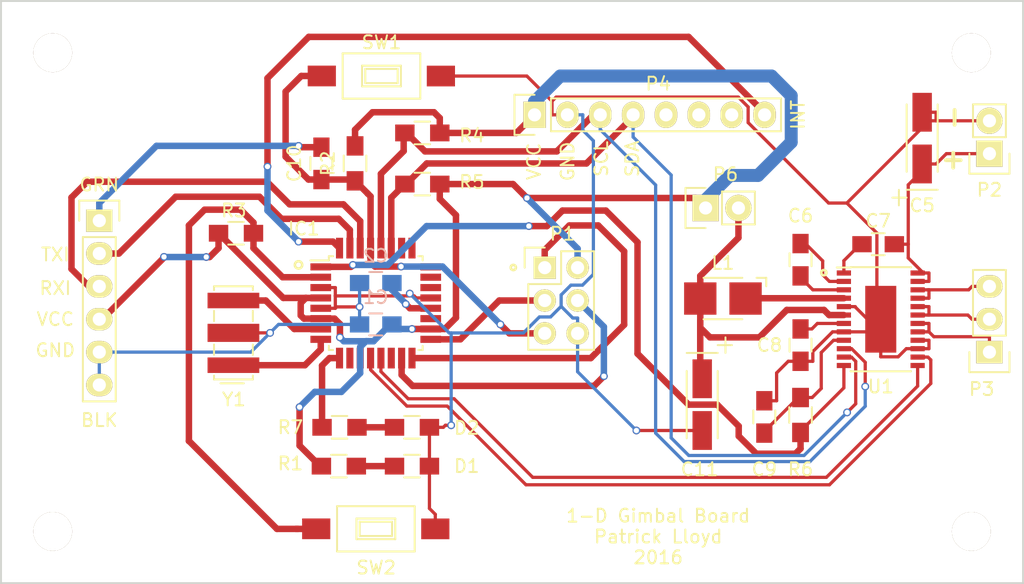
<source format=kicad_pcb>
(kicad_pcb (version 20171130) (host pcbnew "(5.1.12)-1")

  (general
    (thickness 1.6)
    (drawings 21)
    (tracks 429)
    (zones 0)
    (modules 34)
    (nets 34)
  )

  (page A4)
  (layers
    (0 F.Cu signal)
    (31 B.Cu signal)
    (32 B.Adhes user)
    (33 F.Adhes user)
    (34 B.Paste user)
    (35 F.Paste user)
    (36 B.SilkS user)
    (37 F.SilkS user)
    (38 B.Mask user)
    (39 F.Mask user)
    (40 Dwgs.User user)
    (41 Cmts.User user)
    (42 Eco1.User user)
    (43 Eco2.User user)
    (44 Edge.Cuts user)
    (45 Margin user)
    (46 B.CrtYd user)
    (47 F.CrtYd user)
    (48 B.Fab user hide)
    (49 F.Fab user hide)
  )

  (setup
    (last_trace_width 0.25)
    (user_trace_width 0.5)
    (user_trace_width 0.75)
    (user_trace_width 1)
    (trace_clearance 0.2)
    (zone_clearance 0.3)
    (zone_45_only no)
    (trace_min 0.2)
    (via_size 0.6)
    (via_drill 0.4)
    (via_min_size 0.4)
    (via_min_drill 0.3)
    (uvia_size 0.3)
    (uvia_drill 0.1)
    (uvias_allowed no)
    (uvia_min_size 0.2)
    (uvia_min_drill 0.1)
    (edge_width 0.15)
    (segment_width 0.2)
    (pcb_text_width 0.3)
    (pcb_text_size 1.5 1.5)
    (mod_edge_width 0.15)
    (mod_text_size 1 1)
    (mod_text_width 0.15)
    (pad_size 3 3)
    (pad_drill 3)
    (pad_to_mask_clearance 0.2)
    (aux_axis_origin 0 0)
    (grid_origin 100 70)
    (visible_elements 7FFFFFFF)
    (pcbplotparams
      (layerselection 0x010f0_ffffffff)
      (usegerberextensions true)
      (usegerberattributes true)
      (usegerberadvancedattributes true)
      (creategerberjobfile true)
      (excludeedgelayer false)
      (linewidth 0.100000)
      (plotframeref false)
      (viasonmask false)
      (mode 1)
      (useauxorigin false)
      (hpglpennumber 1)
      (hpglpenspeed 20)
      (hpglpendiameter 15.000000)
      (psnegative false)
      (psa4output false)
      (plotreference true)
      (plotvalue true)
      (plotinvisibletext false)
      (padsonsilk false)
      (subtractmaskfromsilk false)
      (outputformat 1)
      (mirror false)
      (drillshape 0)
      (scaleselection 1)
      (outputdirectory "fab/"))
  )

  (net 0 "")
  (net 1 +3V3)
  (net 2 GND)
  (net 3 "Net-(C2-Pad1)")
  (net 4 +BATT)
  (net 5 "Net-(C6-Pad1)")
  (net 6 "Net-(C6-Pad2)")
  (net 7 "Net-(C7-Pad1)")
  (net 8 "Net-(C8-Pad1)")
  (net 9 /V3P3)
  (net 10 /RESET)
  (net 11 /USART_DTR)
  (net 12 /REG_OUT)
  (net 13 "Net-(D1-Pad2)")
  (net 14 /M_FG)
  (net 15 "Net-(IC1-Pad2)")
  (net 16 "Net-(IC1-Pad9)")
  (net 17 /M_SPEED)
  (net 18 /ICSP_MOSI)
  (net 19 /ICSP_MISO)
  (net 20 /ICSP_SCK)
  (net 21 /SDA)
  (net 22 /SCL)
  (net 23 /USART_RX)
  (net 24 /USART_TX)
  (net 25 /IMU_INT)
  (net 26 "Net-(L1-Pad1)")
  (net 27 /M_PHASE_U)
  (net 28 /M_PHASE_V)
  (net 29 /M_PHASE_W)
  (net 30 "Net-(D2-Pad2)")
  (net 31 "Net-(IC1-Pad7)")
  (net 32 "Net-(IC1-Pad8)")
  (net 33 /M_DIR)

  (net_class Default "This is the default net class."
    (clearance 0.2)
    (trace_width 0.25)
    (via_dia 0.6)
    (via_drill 0.4)
    (uvia_dia 0.3)
    (uvia_drill 0.1)
    (add_net +3V3)
    (add_net +BATT)
    (add_net /ICSP_MISO)
    (add_net /ICSP_MOSI)
    (add_net /ICSP_SCK)
    (add_net /IMU_INT)
    (add_net /M_DIR)
    (add_net /M_FG)
    (add_net /M_PHASE_U)
    (add_net /M_PHASE_V)
    (add_net /M_PHASE_W)
    (add_net /M_SPEED)
    (add_net /REG_OUT)
    (add_net /RESET)
    (add_net /SCL)
    (add_net /SDA)
    (add_net /USART_DTR)
    (add_net /USART_RX)
    (add_net /USART_TX)
    (add_net /V3P3)
    (add_net GND)
    (add_net "Net-(C2-Pad1)")
    (add_net "Net-(C6-Pad1)")
    (add_net "Net-(C6-Pad2)")
    (add_net "Net-(C7-Pad1)")
    (add_net "Net-(C8-Pad1)")
    (add_net "Net-(D1-Pad2)")
    (add_net "Net-(D2-Pad2)")
    (add_net "Net-(IC1-Pad2)")
    (add_net "Net-(IC1-Pad7)")
    (add_net "Net-(IC1-Pad8)")
    (add_net "Net-(IC1-Pad9)")
    (add_net "Net-(L1-Pad1)")
  )

  (module Capacitors_SMD:C_0805_HandSoldering (layer B.Cu) (tedit 541A9B8D) (tstamp 56C7455D)
    (at 128.967 50 180)
    (descr "Capacitor SMD 0805, hand soldering")
    (tags "capacitor 0805")
    (path /564A2794)
    (attr smd)
    (fp_text reference C1 (at 0 2.1 180) (layer B.SilkS)
      (effects (font (size 1 1) (thickness 0.15)) (justify mirror))
    )
    (fp_text value 0.1uF (at 0 -2.1 180) (layer B.Fab)
      (effects (font (size 1 1) (thickness 0.15)) (justify mirror))
    )
    (fp_line (start -0.5 -0.85) (end 0.5 -0.85) (layer B.SilkS) (width 0.15))
    (fp_line (start 0.5 0.85) (end -0.5 0.85) (layer B.SilkS) (width 0.15))
    (fp_line (start 2.3 1) (end 2.3 -1) (layer B.CrtYd) (width 0.05))
    (fp_line (start -2.3 1) (end -2.3 -1) (layer B.CrtYd) (width 0.05))
    (fp_line (start -2.3 -1) (end 2.3 -1) (layer B.CrtYd) (width 0.05))
    (fp_line (start -2.3 1) (end 2.3 1) (layer B.CrtYd) (width 0.05))
    (pad 1 smd rect (at -1.25 0 180) (size 1.5 1.25) (layers B.Cu B.Paste B.Mask)
      (net 1 +3V3))
    (pad 2 smd rect (at 1.25 0 180) (size 1.5 1.25) (layers B.Cu B.Paste B.Mask)
      (net 2 GND))
    (model Capacitors_SMD.3dshapes/C_0805_HandSoldering.wrl
      (at (xyz 0 0 0))
      (scale (xyz 1 1 1))
      (rotate (xyz 0 0 0))
    )
  )

  (module Capacitors_SMD:C_0805_HandSoldering (layer B.Cu) (tedit 541A9B8D) (tstamp 56C74563)
    (at 128.967 46.8 180)
    (descr "Capacitor SMD 0805, hand soldering")
    (tags "capacitor 0805")
    (path /564A2125)
    (attr smd)
    (fp_text reference C2 (at 0 2.1 180) (layer B.SilkS)
      (effects (font (size 1 1) (thickness 0.15)) (justify mirror))
    )
    (fp_text value 0.1uF (at 0 -2.1 180) (layer B.Fab)
      (effects (font (size 1 1) (thickness 0.15)) (justify mirror))
    )
    (fp_line (start -0.5 -0.85) (end 0.5 -0.85) (layer B.SilkS) (width 0.15))
    (fp_line (start 0.5 0.85) (end -0.5 0.85) (layer B.SilkS) (width 0.15))
    (fp_line (start 2.3 1) (end 2.3 -1) (layer B.CrtYd) (width 0.05))
    (fp_line (start -2.3 1) (end -2.3 -1) (layer B.CrtYd) (width 0.05))
    (fp_line (start -2.3 -1) (end 2.3 -1) (layer B.CrtYd) (width 0.05))
    (fp_line (start -2.3 1) (end 2.3 1) (layer B.CrtYd) (width 0.05))
    (pad 1 smd rect (at -1.25 0 180) (size 1.5 1.25) (layers B.Cu B.Paste B.Mask)
      (net 3 "Net-(C2-Pad1)"))
    (pad 2 smd rect (at 1.25 0 180) (size 1.5 1.25) (layers B.Cu B.Paste B.Mask)
      (net 2 GND))
    (model Capacitors_SMD.3dshapes/C_0805_HandSoldering.wrl
      (at (xyz 0 0 0))
      (scale (xyz 1 1 1))
      (rotate (xyz 0 0 0))
    )
  )

  (module Capacitors_Tantalum_SMD:TantalC_SizeA_EIA-3216_HandSoldering (layer F.Cu) (tedit 56CB4044) (tstamp 56C74575)
    (at 171.2 35.6 90)
    (descr "Tantal Cap. , Size A, EIA-3216, Hand Soldering,")
    (tags "Tantal Cap. , Size A, EIA-3216, Hand Soldering,")
    (path /56C6DD73)
    (attr smd)
    (fp_text reference C5 (at -5.2 0 180) (layer F.SilkS)
      (effects (font (size 1 1) (thickness 0.15)))
    )
    (fp_text value 10uF (at -0.09906 3.0988 90) (layer F.Fab)
      (effects (font (size 1 1) (thickness 0.15)))
    )
    (fp_line (start -3.99542 -1.19888) (end -3.99542 1.19888) (layer F.SilkS) (width 0.15))
    (fp_line (start -5.19938 -1.79832) (end -4.0005 -1.79832) (layer F.SilkS) (width 0.15))
    (fp_line (start -4.59994 -2.2987) (end -4.59994 -1.19888) (layer F.SilkS) (width 0.15))
    (fp_line (start 2.60096 -1.19888) (end -2.60096 -1.19888) (layer F.SilkS) (width 0.15))
    (fp_line (start -2.60096 1.19888) (end 2.60096 1.19888) (layer F.SilkS) (width 0.15))
    (fp_text user + (at -4.2 -4.2 90) (layer F.SilkS) hide
      (effects (font (size 1 1) (thickness 0.15)))
    )
    (pad 2 smd rect (at 1.99898 0 90) (size 2.99974 1.50114) (layers F.Cu F.Paste F.Mask)
      (net 2 GND))
    (pad 1 smd rect (at -1.99898 0 90) (size 2.99974 1.50114) (layers F.Cu F.Paste F.Mask)
      (net 4 +BATT))
    (model Capacitors_Tantalum_SMD.3dshapes/TantalC_SizeA_EIA-3216_HandSoldering.wrl
      (at (xyz 0 0 0))
      (scale (xyz 1 1 1))
      (rotate (xyz 0 0 180))
    )
  )

  (module Capacitors_SMD:C_0805_HandSoldering (layer F.Cu) (tedit 541A9B8D) (tstamp 56C7457B)
    (at 161.8 45 90)
    (descr "Capacitor SMD 0805, hand soldering")
    (tags "capacitor 0805")
    (path /56C7046A)
    (attr smd)
    (fp_text reference C6 (at 3.4 0 180) (layer F.SilkS)
      (effects (font (size 1 1) (thickness 0.15)))
    )
    (fp_text value 0.1uF (at 0 2.1 90) (layer F.Fab)
      (effects (font (size 1 1) (thickness 0.15)))
    )
    (fp_line (start -0.5 0.85) (end 0.5 0.85) (layer F.SilkS) (width 0.15))
    (fp_line (start 0.5 -0.85) (end -0.5 -0.85) (layer F.SilkS) (width 0.15))
    (fp_line (start 2.3 -1) (end 2.3 1) (layer F.CrtYd) (width 0.05))
    (fp_line (start -2.3 -1) (end -2.3 1) (layer F.CrtYd) (width 0.05))
    (fp_line (start -2.3 1) (end 2.3 1) (layer F.CrtYd) (width 0.05))
    (fp_line (start -2.3 -1) (end 2.3 -1) (layer F.CrtYd) (width 0.05))
    (pad 1 smd rect (at -1.25 0 90) (size 1.5 1.25) (layers F.Cu F.Paste F.Mask)
      (net 5 "Net-(C6-Pad1)"))
    (pad 2 smd rect (at 1.25 0 90) (size 1.5 1.25) (layers F.Cu F.Paste F.Mask)
      (net 6 "Net-(C6-Pad2)"))
    (model Capacitors_SMD.3dshapes/C_0805_HandSoldering.wrl
      (at (xyz 0 0 0))
      (scale (xyz 1 1 1))
      (rotate (xyz 0 0 0))
    )
  )

  (module Capacitors_SMD:C_0805_HandSoldering (layer F.Cu) (tedit 541A9B8D) (tstamp 56C74581)
    (at 167.8 43.8)
    (descr "Capacitor SMD 0805, hand soldering")
    (tags "capacitor 0805")
    (path /56C6CA16)
    (attr smd)
    (fp_text reference C7 (at 0 -1.8) (layer F.SilkS)
      (effects (font (size 1 1) (thickness 0.15)))
    )
    (fp_text value 0.1uF (at 0 2.1) (layer F.Fab)
      (effects (font (size 1 1) (thickness 0.15)))
    )
    (fp_line (start -0.5 0.85) (end 0.5 0.85) (layer F.SilkS) (width 0.15))
    (fp_line (start 0.5 -0.85) (end -0.5 -0.85) (layer F.SilkS) (width 0.15))
    (fp_line (start 2.3 -1) (end 2.3 1) (layer F.CrtYd) (width 0.05))
    (fp_line (start -2.3 -1) (end -2.3 1) (layer F.CrtYd) (width 0.05))
    (fp_line (start -2.3 1) (end 2.3 1) (layer F.CrtYd) (width 0.05))
    (fp_line (start -2.3 -1) (end 2.3 -1) (layer F.CrtYd) (width 0.05))
    (pad 1 smd rect (at -1.25 0) (size 1.5 1.25) (layers F.Cu F.Paste F.Mask)
      (net 7 "Net-(C7-Pad1)"))
    (pad 2 smd rect (at 1.25 0) (size 1.5 1.25) (layers F.Cu F.Paste F.Mask)
      (net 4 +BATT))
    (model Capacitors_SMD.3dshapes/C_0805_HandSoldering.wrl
      (at (xyz 0 0 0))
      (scale (xyz 1 1 1))
      (rotate (xyz 0 0 0))
    )
  )

  (module Capacitors_SMD:C_0805_HandSoldering (layer F.Cu) (tedit 541A9B8D) (tstamp 56C74587)
    (at 161.8 51.6 270)
    (descr "Capacitor SMD 0805, hand soldering")
    (tags "capacitor 0805")
    (path /56C86C8A)
    (attr smd)
    (fp_text reference C8 (at 0 2.4) (layer F.SilkS)
      (effects (font (size 1 1) (thickness 0.15)))
    )
    (fp_text value 1uF (at 0 2.1 270) (layer F.Fab)
      (effects (font (size 1 1) (thickness 0.15)))
    )
    (fp_line (start -0.5 0.85) (end 0.5 0.85) (layer F.SilkS) (width 0.15))
    (fp_line (start 0.5 -0.85) (end -0.5 -0.85) (layer F.SilkS) (width 0.15))
    (fp_line (start 2.3 -1) (end 2.3 1) (layer F.CrtYd) (width 0.05))
    (fp_line (start -2.3 -1) (end -2.3 1) (layer F.CrtYd) (width 0.05))
    (fp_line (start -2.3 1) (end 2.3 1) (layer F.CrtYd) (width 0.05))
    (fp_line (start -2.3 -1) (end 2.3 -1) (layer F.CrtYd) (width 0.05))
    (pad 1 smd rect (at -1.25 0 270) (size 1.5 1.25) (layers F.Cu F.Paste F.Mask)
      (net 8 "Net-(C8-Pad1)"))
    (pad 2 smd rect (at 1.25 0 270) (size 1.5 1.25) (layers F.Cu F.Paste F.Mask)
      (net 2 GND))
    (model Capacitors_SMD.3dshapes/C_0805_HandSoldering.wrl
      (at (xyz 0 0 0))
      (scale (xyz 1 1 1))
      (rotate (xyz 0 0 0))
    )
  )

  (module Capacitors_SMD:C_0805_HandSoldering (layer F.Cu) (tedit 541A9B8D) (tstamp 56C7458D)
    (at 159 57.15 90)
    (descr "Capacitor SMD 0805, hand soldering")
    (tags "capacitor 0805")
    (path /56C870BF)
    (attr smd)
    (fp_text reference C9 (at -4.05 0 180) (layer F.SilkS)
      (effects (font (size 1 1) (thickness 0.15)))
    )
    (fp_text value 1uF (at 0 2.1 90) (layer F.Fab)
      (effects (font (size 1 1) (thickness 0.15)))
    )
    (fp_line (start -0.5 0.85) (end 0.5 0.85) (layer F.SilkS) (width 0.15))
    (fp_line (start 0.5 -0.85) (end -0.5 -0.85) (layer F.SilkS) (width 0.15))
    (fp_line (start 2.3 -1) (end 2.3 1) (layer F.CrtYd) (width 0.05))
    (fp_line (start -2.3 -1) (end -2.3 1) (layer F.CrtYd) (width 0.05))
    (fp_line (start -2.3 1) (end 2.3 1) (layer F.CrtYd) (width 0.05))
    (fp_line (start -2.3 -1) (end 2.3 -1) (layer F.CrtYd) (width 0.05))
    (pad 1 smd rect (at -1.25 0 90) (size 1.5 1.25) (layers F.Cu F.Paste F.Mask)
      (net 9 /V3P3))
    (pad 2 smd rect (at 1.25 0 90) (size 1.5 1.25) (layers F.Cu F.Paste F.Mask)
      (net 2 GND))
    (model Capacitors_SMD.3dshapes/C_0805_HandSoldering.wrl
      (at (xyz 0 0 0))
      (scale (xyz 1 1 1))
      (rotate (xyz 0 0 0))
    )
  )

  (module Capacitors_SMD:C_0805_HandSoldering (layer F.Cu) (tedit 541A9B8D) (tstamp 56C74593)
    (at 124.767 37.5525 90)
    (descr "Capacitor SMD 0805, hand soldering")
    (tags "capacitor 0805")
    (path /564B00F4)
    (attr smd)
    (fp_text reference C10 (at 0 -2.1 90) (layer F.SilkS)
      (effects (font (size 1 1) (thickness 0.15)))
    )
    (fp_text value 0.1uF (at 0 2.1 90) (layer F.Fab)
      (effects (font (size 1 1) (thickness 0.15)))
    )
    (fp_line (start -0.5 0.85) (end 0.5 0.85) (layer F.SilkS) (width 0.15))
    (fp_line (start 0.5 -0.85) (end -0.5 -0.85) (layer F.SilkS) (width 0.15))
    (fp_line (start 2.3 -1) (end 2.3 1) (layer F.CrtYd) (width 0.05))
    (fp_line (start -2.3 -1) (end -2.3 1) (layer F.CrtYd) (width 0.05))
    (fp_line (start -2.3 1) (end 2.3 1) (layer F.CrtYd) (width 0.05))
    (fp_line (start -2.3 -1) (end 2.3 -1) (layer F.CrtYd) (width 0.05))
    (pad 1 smd rect (at -1.25 0 90) (size 1.5 1.25) (layers F.Cu F.Paste F.Mask)
      (net 10 /RESET))
    (pad 2 smd rect (at 1.25 0 90) (size 1.5 1.25) (layers F.Cu F.Paste F.Mask)
      (net 11 /USART_DTR))
    (model Capacitors_SMD.3dshapes/C_0805_HandSoldering.wrl
      (at (xyz 0 0 0))
      (scale (xyz 1 1 1))
      (rotate (xyz 0 0 0))
    )
  )

  (module Capacitors_Tantalum_SMD:TantalC_SizeA_EIA-3216_HandSoldering (layer F.Cu) (tedit 56CB4451) (tstamp 56C74599)
    (at 154.2 56.2 270)
    (descr "Tantal Cap. , Size A, EIA-3216, Hand Soldering,")
    (tags "Tantal Cap. , Size A, EIA-3216, Hand Soldering,")
    (path /56C89249)
    (attr smd)
    (fp_text reference C11 (at 5 0.2) (layer F.SilkS)
      (effects (font (size 1 1) (thickness 0.15)))
    )
    (fp_text value 10uF (at -0.09906 3.0988 270) (layer F.Fab)
      (effects (font (size 1 1) (thickness 0.15)))
    )
    (fp_line (start -3.99542 -1.19888) (end -3.99542 1.19888) (layer F.SilkS) (width 0.15))
    (fp_line (start -5.19938 -1.79832) (end -4.0005 -1.79832) (layer F.SilkS) (width 0.15))
    (fp_line (start -4.59994 -2.2987) (end -4.59994 -1.19888) (layer F.SilkS) (width 0.15))
    (fp_line (start 2.60096 -1.19888) (end -2.60096 -1.19888) (layer F.SilkS) (width 0.15))
    (fp_line (start -2.60096 1.19888) (end 2.60096 1.19888) (layer F.SilkS) (width 0.15))
    (fp_text user + (at -4.59994 -1.80086 270) (layer F.SilkS) hide
      (effects (font (size 1 1) (thickness 0.15)))
    )
    (pad 2 smd rect (at 1.99898 0 270) (size 2.99974 1.50114) (layers F.Cu F.Paste F.Mask)
      (net 2 GND))
    (pad 1 smd rect (at -1.99898 0 270) (size 2.99974 1.50114) (layers F.Cu F.Paste F.Mask)
      (net 12 /REG_OUT))
    (model Capacitors_Tantalum_SMD.3dshapes/TantalC_SizeA_EIA-3216_HandSoldering.wrl
      (at (xyz 0 0 0))
      (scale (xyz 1 1 1))
      (rotate (xyz 0 0 180))
    )
  )

  (module Resistors_SMD:R_0805_HandSoldering (layer F.Cu) (tedit 54189DEE) (tstamp 56C7459F)
    (at 131.767 60.9525 180)
    (descr "Resistor SMD 0805, hand soldering")
    (tags "resistor 0805")
    (path /564A5320)
    (attr smd)
    (fp_text reference D1 (at -4.232637 0 180) (layer F.SilkS)
      (effects (font (size 1 1) (thickness 0.15)))
    )
    (fp_text value RED (at 0 2.1 180) (layer F.Fab)
      (effects (font (size 1 1) (thickness 0.15)))
    )
    (fp_line (start -0.6 -0.875) (end 0.6 -0.875) (layer F.SilkS) (width 0.15))
    (fp_line (start 0.6 0.875) (end -0.6 0.875) (layer F.SilkS) (width 0.15))
    (fp_line (start 2.4 -1) (end 2.4 1) (layer F.CrtYd) (width 0.05))
    (fp_line (start -2.4 -1) (end -2.4 1) (layer F.CrtYd) (width 0.05))
    (fp_line (start -2.4 1) (end 2.4 1) (layer F.CrtYd) (width 0.05))
    (fp_line (start -2.4 -1) (end 2.4 -1) (layer F.CrtYd) (width 0.05))
    (pad 1 smd rect (at -1.35 0 180) (size 1.5 1.3) (layers F.Cu F.Paste F.Mask)
      (net 2 GND))
    (pad 2 smd rect (at 1.35 0 180) (size 1.5 1.3) (layers F.Cu F.Paste F.Mask)
      (net 13 "Net-(D1-Pad2)"))
    (model Resistors_SMD.3dshapes/R_0805_HandSoldering.wrl
      (at (xyz 0 0 0))
      (scale (xyz 1 1 1))
      (rotate (xyz 0 0 0))
    )
  )

  (module Housings_QFP:TQFP-32_7x7mm_Pitch0.8mm (layer F.Cu) (tedit 54130A77) (tstamp 56C745C3)
    (at 128.967 48.3525)
    (descr "32-Lead Plastic Thin Quad Flatpack (PT) - 7x7x1.0 mm Body, 2.00 mm [TQFP] (see Microchip Packaging Specification 00000049BS.pdf)")
    (tags "QFP 0.8")
    (path /5654C37A)
    (attr smd)
    (fp_text reference IC1 (at -5.567363 -5.752527) (layer F.SilkS)
      (effects (font (size 1 1) (thickness 0.15)))
    )
    (fp_text value ATMEGA328P-A (at 0 6.05) (layer F.Fab)
      (effects (font (size 1 1) (thickness 0.15)))
    )
    (fp_line (start -3.625 -3.3) (end -5.05 -3.3) (layer F.SilkS) (width 0.15))
    (fp_line (start 3.625 -3.625) (end 3.3 -3.625) (layer F.SilkS) (width 0.15))
    (fp_line (start 3.625 3.625) (end 3.3 3.625) (layer F.SilkS) (width 0.15))
    (fp_line (start -3.625 3.625) (end -3.3 3.625) (layer F.SilkS) (width 0.15))
    (fp_line (start -3.625 -3.625) (end -3.3 -3.625) (layer F.SilkS) (width 0.15))
    (fp_line (start -3.625 3.625) (end -3.625 3.3) (layer F.SilkS) (width 0.15))
    (fp_line (start 3.625 3.625) (end 3.625 3.3) (layer F.SilkS) (width 0.15))
    (fp_line (start 3.625 -3.625) (end 3.625 -3.3) (layer F.SilkS) (width 0.15))
    (fp_line (start -3.625 -3.625) (end -3.625 -3.3) (layer F.SilkS) (width 0.15))
    (fp_line (start -5.3 5.3) (end 5.3 5.3) (layer F.CrtYd) (width 0.05))
    (fp_line (start -5.3 -5.3) (end 5.3 -5.3) (layer F.CrtYd) (width 0.05))
    (fp_line (start 5.3 -5.3) (end 5.3 5.3) (layer F.CrtYd) (width 0.05))
    (fp_line (start -5.3 -5.3) (end -5.3 5.3) (layer F.CrtYd) (width 0.05))
    (pad 1 smd rect (at -4.25 -2.8) (size 1.6 0.55) (layers F.Cu F.Paste F.Mask)
      (net 14 /M_FG))
    (pad 2 smd rect (at -4.25 -2) (size 1.6 0.55) (layers F.Cu F.Paste F.Mask)
      (net 15 "Net-(IC1-Pad2)"))
    (pad 3 smd rect (at -4.25 -1.2) (size 1.6 0.55) (layers F.Cu F.Paste F.Mask)
      (net 2 GND))
    (pad 4 smd rect (at -4.25 -0.4) (size 1.6 0.55) (layers F.Cu F.Paste F.Mask)
      (net 1 +3V3))
    (pad 5 smd rect (at -4.25 0.4) (size 1.6 0.55) (layers F.Cu F.Paste F.Mask)
      (net 2 GND))
    (pad 6 smd rect (at -4.25 1.2) (size 1.6 0.55) (layers F.Cu F.Paste F.Mask)
      (net 1 +3V3))
    (pad 7 smd rect (at -4.25 2) (size 1.6 0.55) (layers F.Cu F.Paste F.Mask)
      (net 31 "Net-(IC1-Pad7)"))
    (pad 8 smd rect (at -4.25 2.8) (size 1.6 0.55) (layers F.Cu F.Paste F.Mask)
      (net 32 "Net-(IC1-Pad8)"))
    (pad 9 smd rect (at -2.8 4.25 90) (size 1.6 0.55) (layers F.Cu F.Paste F.Mask)
      (net 16 "Net-(IC1-Pad9)"))
    (pad 10 smd rect (at -2 4.25 90) (size 1.6 0.55) (layers F.Cu F.Paste F.Mask))
    (pad 11 smd rect (at -1.2 4.25 90) (size 1.6 0.55) (layers F.Cu F.Paste F.Mask))
    (pad 12 smd rect (at -0.4 4.25 90) (size 1.6 0.55) (layers F.Cu F.Paste F.Mask)
      (net 33 /M_DIR))
    (pad 13 smd rect (at 0.4 4.25 90) (size 1.6 0.55) (layers F.Cu F.Paste F.Mask)
      (net 17 /M_SPEED))
    (pad 14 smd rect (at 1.2 4.25 90) (size 1.6 0.55) (layers F.Cu F.Paste F.Mask))
    (pad 15 smd rect (at 2 4.25 90) (size 1.6 0.55) (layers F.Cu F.Paste F.Mask)
      (net 18 /ICSP_MOSI))
    (pad 16 smd rect (at 2.8 4.25 90) (size 1.6 0.55) (layers F.Cu F.Paste F.Mask)
      (net 19 /ICSP_MISO))
    (pad 17 smd rect (at 4.25 2.8) (size 1.6 0.55) (layers F.Cu F.Paste F.Mask)
      (net 20 /ICSP_SCK))
    (pad 18 smd rect (at 4.25 2) (size 1.6 0.55) (layers F.Cu F.Paste F.Mask)
      (net 1 +3V3))
    (pad 19 smd rect (at 4.25 1.2) (size 1.6 0.55) (layers F.Cu F.Paste F.Mask))
    (pad 20 smd rect (at 4.25 0.4) (size 1.6 0.55) (layers F.Cu F.Paste F.Mask)
      (net 3 "Net-(C2-Pad1)"))
    (pad 21 smd rect (at 4.25 -0.4) (size 1.6 0.55) (layers F.Cu F.Paste F.Mask)
      (net 2 GND))
    (pad 22 smd rect (at 4.25 -1.2) (size 1.6 0.55) (layers F.Cu F.Paste F.Mask))
    (pad 23 smd rect (at 4.25 -2) (size 1.6 0.55) (layers F.Cu F.Paste F.Mask))
    (pad 24 smd rect (at 4.25 -2.8) (size 1.6 0.55) (layers F.Cu F.Paste F.Mask))
    (pad 25 smd rect (at 2.8 -4.25 90) (size 1.6 0.55) (layers F.Cu F.Paste F.Mask))
    (pad 26 smd rect (at 2 -4.25 90) (size 1.6 0.55) (layers F.Cu F.Paste F.Mask))
    (pad 27 smd rect (at 1.2 -4.25 90) (size 1.6 0.55) (layers F.Cu F.Paste F.Mask)
      (net 21 /SDA))
    (pad 28 smd rect (at 0.4 -4.25 90) (size 1.6 0.55) (layers F.Cu F.Paste F.Mask)
      (net 22 /SCL))
    (pad 29 smd rect (at -0.4 -4.25 90) (size 1.6 0.55) (layers F.Cu F.Paste F.Mask)
      (net 10 /RESET))
    (pad 30 smd rect (at -1.2 -4.25 90) (size 1.6 0.55) (layers F.Cu F.Paste F.Mask)
      (net 23 /USART_RX))
    (pad 31 smd rect (at -2 -4.25 90) (size 1.6 0.55) (layers F.Cu F.Paste F.Mask)
      (net 24 /USART_TX))
    (pad 32 smd rect (at -2.8 -4.25 90) (size 1.6 0.55) (layers F.Cu F.Paste F.Mask)
      (net 25 /IMU_INT))
    (model Housings_QFP.3dshapes/TQFP-32_7x7mm_Pitch0.8mm.wrl
      (at (xyz 0 0 0))
      (scale (xyz 1 1 1))
      (rotate (xyz 0 0 0))
    )
  )

  (module Inductors:Inductor_1212 (layer F.Cu) (tedit 5652586A) (tstamp 56C745D1)
    (at 155.8 48 180)
    (path /56C89119)
    (attr smd)
    (fp_text reference L1 (at 0 2.75 180) (layer F.SilkS)
      (effects (font (size 1 1) (thickness 0.15)))
    )
    (fp_text value 47uH (at 0 -2.75 180) (layer F.Fab)
      (effects (font (size 1 1) (thickness 0.15)))
    )
    (fp_line (start -1.5 -1.6) (end 1.5 -1.6) (layer F.SilkS) (width 0.15))
    (fp_line (start 1.5 1.6) (end -1.5 1.6) (layer F.SilkS) (width 0.15))
    (fp_line (start -3.5 -2) (end 3.5 -2) (layer F.CrtYd) (width 0.05))
    (fp_line (start 3.5 -2) (end 3.5 2) (layer F.CrtYd) (width 0.05))
    (fp_line (start 3.5 2) (end -3.5 2) (layer F.CrtYd) (width 0.05))
    (fp_line (start -3.5 2) (end -3.5 -2) (layer F.CrtYd) (width 0.05))
    (fp_line (start -2.6 1.6) (end -3.35 1.6) (layer F.SilkS) (width 0.15))
    (fp_line (start -3.35 1.6) (end -3.35 0.95) (layer F.SilkS) (width 0.15))
    (pad 1 smd rect (at -1.75 0 180) (size 2.5 2.5) (layers F.Cu F.Paste F.Mask)
      (net 26 "Net-(L1-Pad1)"))
    (pad 2 smd rect (at 1.75 0 180) (size 2.5 2.5) (layers F.Cu F.Paste F.Mask)
      (net 12 /REG_OUT))
  )

  (module Pin_Headers:Pin_Header_Straight_2x03 (layer F.Cu) (tedit 56CB4011) (tstamp 56C745E8)
    (at 142.027 45.6125)
    (descr "Through hole pin header")
    (tags "pin header")
    (path /56C7E224)
    (fp_text reference P1 (at 1.372637 -2.612527) (layer F.SilkS)
      (effects (font (size 1 1) (thickness 0.15)))
    )
    (fp_text value ICSP_CONN (at 0 -3.1) (layer F.Fab)
      (effects (font (size 1 1) (thickness 0.15)))
    )
    (fp_line (start 3.81 1.27) (end 3.81 -1.27) (layer F.SilkS) (width 0.15))
    (fp_line (start 3.81 -1.27) (end 1.27 -1.27) (layer F.SilkS) (width 0.15))
    (fp_line (start -1.55 -1.55) (end -1.55 0) (layer F.SilkS) (width 0.15))
    (fp_line (start 3.81 6.35) (end 3.81 1.27) (layer F.SilkS) (width 0.15))
    (fp_line (start -1.27 6.35) (end 3.81 6.35) (layer F.SilkS) (width 0.15))
    (fp_line (start 1.27 1.27) (end -1.27 1.27) (layer F.SilkS) (width 0.15))
    (fp_line (start 1.27 -1.27) (end 1.27 1.27) (layer F.SilkS) (width 0.15))
    (fp_line (start -1.75 6.85) (end 4.3 6.85) (layer F.CrtYd) (width 0.05))
    (fp_line (start -1.75 -1.75) (end 4.3 -1.75) (layer F.CrtYd) (width 0.05))
    (fp_line (start 4.3 -1.75) (end 4.3 6.85) (layer F.CrtYd) (width 0.05))
    (fp_line (start -1.75 -1.75) (end -1.75 6.85) (layer F.CrtYd) (width 0.05))
    (fp_line (start -1.55 -1.55) (end 0 -1.55) (layer F.SilkS) (width 0.15))
    (fp_line (start -1.27 1.27) (end -1.27 6.35) (layer F.SilkS) (width 0.15))
    (pad 1 thru_hole rect (at 0 0) (size 1.7272 1.7272) (drill 1.016) (layers *.Cu *.Mask F.SilkS)
      (net 19 /ICSP_MISO))
    (pad 2 thru_hole oval (at 2.54 0) (size 1.7272 1.7272) (drill 1.016) (layers *.Cu *.Mask F.SilkS)
      (net 1 +3V3))
    (pad 3 thru_hole oval (at 0 2.54) (size 1.7272 1.7272) (drill 1.016) (layers *.Cu *.Mask F.SilkS)
      (net 20 /ICSP_SCK))
    (pad 4 thru_hole oval (at 2.54 2.54) (size 1.7272 1.7272) (drill 1.016) (layers *.Cu *.Mask F.SilkS)
      (net 18 /ICSP_MOSI))
    (pad 5 thru_hole oval (at 0 5.08) (size 1.7272 1.7272) (drill 1.016) (layers *.Cu *.Mask F.SilkS)
      (net 10 /RESET))
    (pad 6 thru_hole oval (at 2.54 5.08) (size 1.7272 1.7272) (drill 1.016) (layers *.Cu *.Mask F.SilkS)
      (net 2 GND))
    (model Pin_Headers.3dshapes/Pin_Header_Straight_2x03.wrl
      (offset (xyz 1.269999980926514 -2.539999961853027 0))
      (scale (xyz 1 1 1))
      (rotate (xyz 0 0 90))
    )
  )

  (module Pin_Headers:Pin_Header_Straight_1x02 (layer F.Cu) (tedit 56CB4056) (tstamp 56C745F9)
    (at 176.4 36.8 180)
    (descr "Through hole pin header")
    (tags "pin header")
    (path /56C68556)
    (fp_text reference P2 (at 0 -2.8 180) (layer F.SilkS)
      (effects (font (size 1 1) (thickness 0.15)))
    )
    (fp_text value BAT_CONN (at 0 -3.1 180) (layer F.Fab)
      (effects (font (size 1 1) (thickness 0.15)))
    )
    (fp_line (start -1.27 3.81) (end 1.27 3.81) (layer F.SilkS) (width 0.15))
    (fp_line (start -1.27 1.27) (end -1.27 3.81) (layer F.SilkS) (width 0.15))
    (fp_line (start -1.55 -1.55) (end 1.55 -1.55) (layer F.SilkS) (width 0.15))
    (fp_line (start -1.55 0) (end -1.55 -1.55) (layer F.SilkS) (width 0.15))
    (fp_line (start 1.27 1.27) (end -1.27 1.27) (layer F.SilkS) (width 0.15))
    (fp_line (start -1.75 4.3) (end 1.75 4.3) (layer F.CrtYd) (width 0.05))
    (fp_line (start -1.75 -1.75) (end 1.75 -1.75) (layer F.CrtYd) (width 0.05))
    (fp_line (start 1.75 -1.75) (end 1.75 4.3) (layer F.CrtYd) (width 0.05))
    (fp_line (start -1.75 -1.75) (end -1.75 4.3) (layer F.CrtYd) (width 0.05))
    (fp_line (start 1.55 -1.55) (end 1.55 0) (layer F.SilkS) (width 0.15))
    (fp_line (start 1.27 1.27) (end 1.27 3.81) (layer F.SilkS) (width 0.15))
    (pad 1 thru_hole rect (at 0 0 180) (size 2.032 2.032) (drill 1.016) (layers *.Cu *.Mask F.SilkS)
      (net 4 +BATT))
    (pad 2 thru_hole oval (at 0 2.54 180) (size 2.032 2.032) (drill 1.016) (layers *.Cu *.Mask F.SilkS)
      (net 2 GND))
    (model Pin_Headers.3dshapes/Pin_Header_Straight_1x02.wrl
      (offset (xyz 0 -1.269999980926514 0))
      (scale (xyz 1 1 1))
      (rotate (xyz 0 0 90))
    )
  )

  (module Pin_Headers:Pin_Header_Straight_1x03 (layer F.Cu) (tedit 56CB4063) (tstamp 56C7460B)
    (at 176.4 52.14 180)
    (descr "Through hole pin header")
    (tags "pin header")
    (path /56C68C56)
    (fp_text reference P3 (at 0.6 -2.86 180) (layer F.SilkS)
      (effects (font (size 1 1) (thickness 0.15)))
    )
    (fp_text value MOTOR_CONN (at 0 -3.1 180) (layer F.Fab)
      (effects (font (size 1 1) (thickness 0.15)))
    )
    (fp_line (start -1.55 -1.55) (end 1.55 -1.55) (layer F.SilkS) (width 0.15))
    (fp_line (start -1.55 0) (end -1.55 -1.55) (layer F.SilkS) (width 0.15))
    (fp_line (start 1.27 1.27) (end -1.27 1.27) (layer F.SilkS) (width 0.15))
    (fp_line (start 1.55 -1.55) (end 1.55 0) (layer F.SilkS) (width 0.15))
    (fp_line (start 1.27 6.35) (end 1.27 1.27) (layer F.SilkS) (width 0.15))
    (fp_line (start -1.27 6.35) (end 1.27 6.35) (layer F.SilkS) (width 0.15))
    (fp_line (start -1.27 1.27) (end -1.27 6.35) (layer F.SilkS) (width 0.15))
    (fp_line (start -1.75 6.85) (end 1.75 6.85) (layer F.CrtYd) (width 0.05))
    (fp_line (start -1.75 -1.75) (end 1.75 -1.75) (layer F.CrtYd) (width 0.05))
    (fp_line (start 1.75 -1.75) (end 1.75 6.85) (layer F.CrtYd) (width 0.05))
    (fp_line (start -1.75 -1.75) (end -1.75 6.85) (layer F.CrtYd) (width 0.05))
    (pad 1 thru_hole rect (at 0 0 180) (size 2.032 1.7272) (drill 1.016) (layers *.Cu *.Mask F.SilkS)
      (net 27 /M_PHASE_U))
    (pad 2 thru_hole oval (at 0 2.54 180) (size 2.032 1.7272) (drill 1.016) (layers *.Cu *.Mask F.SilkS)
      (net 28 /M_PHASE_V))
    (pad 3 thru_hole oval (at 0 5.08 180) (size 2.032 1.7272) (drill 1.016) (layers *.Cu *.Mask F.SilkS)
      (net 29 /M_PHASE_W))
    (model Pin_Headers.3dshapes/Pin_Header_Straight_1x03.wrl
      (offset (xyz 0 -2.539999961853027 0))
      (scale (xyz 1 1 1))
      (rotate (xyz 0 0 90))
    )
  )

  (module Pin_Headers:Pin_Header_Straight_1x08 (layer F.Cu) (tedit 56CB4025) (tstamp 56C74622)
    (at 141.24 33.8 90)
    (descr "Through hole pin header")
    (tags "pin header")
    (path /56C5F99C)
    (fp_text reference P4 (at 2.4 9.56) (layer F.SilkS)
      (effects (font (size 1 1) (thickness 0.15)))
    )
    (fp_text value IMU_CONN (at 0 -3.1 90) (layer F.Fab)
      (effects (font (size 1 1) (thickness 0.15)))
    )
    (fp_line (start -1.55 -1.55) (end 1.55 -1.55) (layer F.SilkS) (width 0.15))
    (fp_line (start -1.55 0) (end -1.55 -1.55) (layer F.SilkS) (width 0.15))
    (fp_line (start 1.27 1.27) (end -1.27 1.27) (layer F.SilkS) (width 0.15))
    (fp_line (start 1.55 -1.55) (end 1.55 0) (layer F.SilkS) (width 0.15))
    (fp_line (start -1.27 19.05) (end -1.27 1.27) (layer F.SilkS) (width 0.15))
    (fp_line (start 1.27 19.05) (end -1.27 19.05) (layer F.SilkS) (width 0.15))
    (fp_line (start 1.27 1.27) (end 1.27 19.05) (layer F.SilkS) (width 0.15))
    (fp_line (start -1.75 19.55) (end 1.75 19.55) (layer F.CrtYd) (width 0.05))
    (fp_line (start -1.75 -1.75) (end 1.75 -1.75) (layer F.CrtYd) (width 0.05))
    (fp_line (start 1.75 -1.75) (end 1.75 19.55) (layer F.CrtYd) (width 0.05))
    (fp_line (start -1.75 -1.75) (end -1.75 19.55) (layer F.CrtYd) (width 0.05))
    (pad 1 thru_hole rect (at 0 0 90) (size 2.032 1.7272) (drill 1.016) (layers *.Cu *.Mask F.SilkS)
      (net 1 +3V3))
    (pad 2 thru_hole oval (at 0 2.54 90) (size 2.032 1.7272) (drill 1.016) (layers *.Cu *.Mask F.SilkS)
      (net 2 GND))
    (pad 3 thru_hole oval (at 0 5.08 90) (size 2.032 1.7272) (drill 1.016) (layers *.Cu *.Mask F.SilkS)
      (net 22 /SCL))
    (pad 4 thru_hole oval (at 0 7.62 90) (size 2.032 1.7272) (drill 1.016) (layers *.Cu *.Mask F.SilkS)
      (net 21 /SDA))
    (pad 5 thru_hole oval (at 0 10.16 90) (size 2.032 1.7272) (drill 1.016) (layers *.Cu *.Mask F.SilkS))
    (pad 6 thru_hole oval (at 0 12.7 90) (size 2.032 1.7272) (drill 1.016) (layers *.Cu *.Mask F.SilkS))
    (pad 7 thru_hole oval (at 0 15.24 90) (size 2.032 1.7272) (drill 1.016) (layers *.Cu *.Mask F.SilkS))
    (pad 8 thru_hole oval (at 0 17.78 90) (size 2.032 1.7272) (drill 1.016) (layers *.Cu *.Mask F.SilkS)
      (net 25 /IMU_INT))
    (model Pin_Headers.3dshapes/Pin_Header_Straight_1x08.wrl
      (offset (xyz 0 -8.889999866485596 0))
      (scale (xyz 1 1 1))
      (rotate (xyz 0 0 90))
    )
  )

  (module Pin_Headers:Pin_Header_Straight_1x06 (layer F.Cu) (tedit 56CB3F60) (tstamp 56C74637)
    (at 107.6 41.98)
    (descr "Through hole pin header")
    (tags "pin header")
    (path /56CA6C17)
    (fp_text reference P5 (at -5.4 12.42) (layer F.SilkS) hide
      (effects (font (size 1 1) (thickness 0.15)))
    )
    (fp_text value FTDI_CONN (at 0 -3.1) (layer F.Fab)
      (effects (font (size 1 1) (thickness 0.15)))
    )
    (fp_line (start -1.55 -1.55) (end 1.55 -1.55) (layer F.SilkS) (width 0.15))
    (fp_line (start -1.55 0) (end -1.55 -1.55) (layer F.SilkS) (width 0.15))
    (fp_line (start 1.27 1.27) (end -1.27 1.27) (layer F.SilkS) (width 0.15))
    (fp_line (start 1.55 -1.55) (end 1.55 0) (layer F.SilkS) (width 0.15))
    (fp_line (start -1.27 13.97) (end -1.27 1.27) (layer F.SilkS) (width 0.15))
    (fp_line (start 1.27 13.97) (end -1.27 13.97) (layer F.SilkS) (width 0.15))
    (fp_line (start 1.27 1.27) (end 1.27 13.97) (layer F.SilkS) (width 0.15))
    (fp_line (start -1.75 14.45) (end 1.75 14.45) (layer F.CrtYd) (width 0.05))
    (fp_line (start -1.75 -1.75) (end 1.75 -1.75) (layer F.CrtYd) (width 0.05))
    (fp_line (start 1.75 -1.75) (end 1.75 14.45) (layer F.CrtYd) (width 0.05))
    (fp_line (start -1.75 -1.75) (end -1.75 14.45) (layer F.CrtYd) (width 0.05))
    (pad 1 thru_hole rect (at 0 0) (size 2.032 1.7272) (drill 1.016) (layers *.Cu *.Mask F.SilkS)
      (net 11 /USART_DTR))
    (pad 2 thru_hole oval (at 0 2.54) (size 2.032 1.7272) (drill 1.016) (layers *.Cu *.Mask F.SilkS)
      (net 24 /USART_TX))
    (pad 3 thru_hole oval (at 0 5.08) (size 2.032 1.7272) (drill 1.016) (layers *.Cu *.Mask F.SilkS)
      (net 23 /USART_RX))
    (pad 4 thru_hole oval (at 0 7.62) (size 2.032 1.7272) (drill 1.016) (layers *.Cu *.Mask F.SilkS)
      (net 1 +3V3))
    (pad 5 thru_hole oval (at 0 10.16) (size 2.032 1.7272) (drill 1.016) (layers *.Cu *.Mask F.SilkS)
      (net 2 GND))
    (pad 6 thru_hole oval (at 0 12.7) (size 2.032 1.7272) (drill 1.016) (layers *.Cu *.Mask F.SilkS)
      (net 2 GND))
    (model Pin_Headers.3dshapes/Pin_Header_Straight_1x06.wrl
      (offset (xyz 0 -6.349999904632568 0))
      (scale (xyz 1 1 1))
      (rotate (xyz 0 0 90))
    )
  )

  (module Pin_Headers:Pin_Header_Straight_1x02 (layer F.Cu) (tedit 56CB4007) (tstamp 56C74648)
    (at 154.46 41 90)
    (descr "Through hole pin header")
    (tags "pin header")
    (path /56C87A97)
    (fp_text reference P6 (at 2.6 1.54) (layer F.SilkS)
      (effects (font (size 1 1) (thickness 0.15)))
    )
    (fp_text value 3V3_CONN (at 0 -3.1 90) (layer F.Fab)
      (effects (font (size 1 1) (thickness 0.15)))
    )
    (fp_line (start -1.27 3.81) (end 1.27 3.81) (layer F.SilkS) (width 0.15))
    (fp_line (start -1.27 1.27) (end -1.27 3.81) (layer F.SilkS) (width 0.15))
    (fp_line (start -1.55 -1.55) (end 1.55 -1.55) (layer F.SilkS) (width 0.15))
    (fp_line (start -1.55 0) (end -1.55 -1.55) (layer F.SilkS) (width 0.15))
    (fp_line (start 1.27 1.27) (end -1.27 1.27) (layer F.SilkS) (width 0.15))
    (fp_line (start -1.75 4.3) (end 1.75 4.3) (layer F.CrtYd) (width 0.05))
    (fp_line (start -1.75 -1.75) (end 1.75 -1.75) (layer F.CrtYd) (width 0.05))
    (fp_line (start 1.75 -1.75) (end 1.75 4.3) (layer F.CrtYd) (width 0.05))
    (fp_line (start -1.75 -1.75) (end -1.75 4.3) (layer F.CrtYd) (width 0.05))
    (fp_line (start 1.55 -1.55) (end 1.55 0) (layer F.SilkS) (width 0.15))
    (fp_line (start 1.27 1.27) (end 1.27 3.81) (layer F.SilkS) (width 0.15))
    (pad 1 thru_hole rect (at 0 0 90) (size 2.032 2.032) (drill 1.016) (layers *.Cu *.Mask F.SilkS)
      (net 1 +3V3))
    (pad 2 thru_hole oval (at 0 2.54 90) (size 2.032 2.032) (drill 1.016) (layers *.Cu *.Mask F.SilkS)
      (net 12 /REG_OUT))
    (model Pin_Headers.3dshapes/Pin_Header_Straight_1x02.wrl
      (offset (xyz 0 -1.269999980926514 0))
      (scale (xyz 1 1 1))
      (rotate (xyz 0 0 90))
    )
  )

  (module Resistors_SMD:R_0805_HandSoldering (layer F.Cu) (tedit 54189DEE) (tstamp 56C7464E)
    (at 126.117 60.9525)
    (descr "Resistor SMD 0805, hand soldering")
    (tags "resistor 0805")
    (path /564A52CE)
    (attr smd)
    (fp_text reference R1 (at -3.75 -0.2) (layer F.SilkS)
      (effects (font (size 1 1) (thickness 0.15)))
    )
    (fp_text value 330 (at 0 2.1) (layer F.Fab)
      (effects (font (size 1 1) (thickness 0.15)))
    )
    (fp_line (start -0.6 -0.875) (end 0.6 -0.875) (layer F.SilkS) (width 0.15))
    (fp_line (start 0.6 0.875) (end -0.6 0.875) (layer F.SilkS) (width 0.15))
    (fp_line (start 2.4 -1) (end 2.4 1) (layer F.CrtYd) (width 0.05))
    (fp_line (start -2.4 -1) (end -2.4 1) (layer F.CrtYd) (width 0.05))
    (fp_line (start -2.4 1) (end 2.4 1) (layer F.CrtYd) (width 0.05))
    (fp_line (start -2.4 -1) (end 2.4 -1) (layer F.CrtYd) (width 0.05))
    (pad 1 smd rect (at -1.35 0) (size 1.5 1.3) (layers F.Cu F.Paste F.Mask)
      (net 1 +3V3))
    (pad 2 smd rect (at 1.35 0) (size 1.5 1.3) (layers F.Cu F.Paste F.Mask)
      (net 13 "Net-(D1-Pad2)"))
    (model Resistors_SMD.3dshapes/R_0805_HandSoldering.wrl
      (at (xyz 0 0 0))
      (scale (xyz 1 1 1))
      (rotate (xyz 0 0 0))
    )
  )

  (module Resistors_SMD:R_0805_HandSoldering (layer F.Cu) (tedit 54189DEE) (tstamp 56C74654)
    (at 127.367 37.5525 90)
    (descr "Resistor SMD 0805, hand soldering")
    (tags "resistor 0805")
    (path /564AFFEA)
    (attr smd)
    (fp_text reference R2 (at 0 -2.1 90) (layer F.SilkS)
      (effects (font (size 1 1) (thickness 0.15)))
    )
    (fp_text value 10K (at 0 2.1 90) (layer F.Fab)
      (effects (font (size 1 1) (thickness 0.15)))
    )
    (fp_line (start -0.6 -0.875) (end 0.6 -0.875) (layer F.SilkS) (width 0.15))
    (fp_line (start 0.6 0.875) (end -0.6 0.875) (layer F.SilkS) (width 0.15))
    (fp_line (start 2.4 -1) (end 2.4 1) (layer F.CrtYd) (width 0.05))
    (fp_line (start -2.4 -1) (end -2.4 1) (layer F.CrtYd) (width 0.05))
    (fp_line (start -2.4 1) (end 2.4 1) (layer F.CrtYd) (width 0.05))
    (fp_line (start -2.4 -1) (end 2.4 -1) (layer F.CrtYd) (width 0.05))
    (pad 1 smd rect (at -1.35 0 90) (size 1.5 1.3) (layers F.Cu F.Paste F.Mask)
      (net 10 /RESET))
    (pad 2 smd rect (at 1.35 0 90) (size 1.5 1.3) (layers F.Cu F.Paste F.Mask)
      (net 1 +3V3))
    (model Resistors_SMD.3dshapes/R_0805_HandSoldering.wrl
      (at (xyz 0 0 0))
      (scale (xyz 1 1 1))
      (rotate (xyz 0 0 0))
    )
  )

  (module Resistors_SMD:R_0805_HandSoldering (layer F.Cu) (tedit 54189DEE) (tstamp 56C7465A)
    (at 118.167 42.9525 180)
    (descr "Resistor SMD 0805, hand soldering")
    (tags "resistor 0805")
    (path /56C94FEF)
    (attr smd)
    (fp_text reference R3 (at 0.167363 1.752527 180) (layer F.SilkS)
      (effects (font (size 1 1) (thickness 0.15)))
    )
    (fp_text value 10K (at 0 2.1 180) (layer F.Fab)
      (effects (font (size 1 1) (thickness 0.15)))
    )
    (fp_line (start -0.6 -0.875) (end 0.6 -0.875) (layer F.SilkS) (width 0.15))
    (fp_line (start 0.6 0.875) (end -0.6 0.875) (layer F.SilkS) (width 0.15))
    (fp_line (start 2.4 -1) (end 2.4 1) (layer F.CrtYd) (width 0.05))
    (fp_line (start -2.4 -1) (end -2.4 1) (layer F.CrtYd) (width 0.05))
    (fp_line (start -2.4 1) (end 2.4 1) (layer F.CrtYd) (width 0.05))
    (fp_line (start -2.4 -1) (end 2.4 -1) (layer F.CrtYd) (width 0.05))
    (pad 1 smd rect (at -1.35 0 180) (size 1.5 1.3) (layers F.Cu F.Paste F.Mask)
      (net 15 "Net-(IC1-Pad2)"))
    (pad 2 smd rect (at 1.35 0 180) (size 1.5 1.3) (layers F.Cu F.Paste F.Mask)
      (net 1 +3V3))
    (model Resistors_SMD.3dshapes/R_0805_HandSoldering.wrl
      (at (xyz 0 0 0))
      (scale (xyz 1 1 1))
      (rotate (xyz 0 0 0))
    )
  )

  (module Resistors_SMD:R_0805_HandSoldering (layer F.Cu) (tedit 54189DEE) (tstamp 56C74660)
    (at 132.567 35.2 180)
    (descr "Resistor SMD 0805, hand soldering")
    (tags "resistor 0805")
    (path /56C8E0D5)
    (attr smd)
    (fp_text reference R4 (at -3.832637 -0.2 180) (layer F.SilkS)
      (effects (font (size 1 1) (thickness 0.15)))
    )
    (fp_text value DNP (at 0 2.1 180) (layer F.Fab)
      (effects (font (size 1 1) (thickness 0.15)))
    )
    (fp_line (start -0.6 -0.875) (end 0.6 -0.875) (layer F.SilkS) (width 0.15))
    (fp_line (start 0.6 0.875) (end -0.6 0.875) (layer F.SilkS) (width 0.15))
    (fp_line (start 2.4 -1) (end 2.4 1) (layer F.CrtYd) (width 0.05))
    (fp_line (start -2.4 -1) (end -2.4 1) (layer F.CrtYd) (width 0.05))
    (fp_line (start -2.4 1) (end 2.4 1) (layer F.CrtYd) (width 0.05))
    (fp_line (start -2.4 -1) (end 2.4 -1) (layer F.CrtYd) (width 0.05))
    (pad 1 smd rect (at -1.35 0 180) (size 1.5 1.3) (layers F.Cu F.Paste F.Mask)
      (net 1 +3V3))
    (pad 2 smd rect (at 1.35 0 180) (size 1.5 1.3) (layers F.Cu F.Paste F.Mask)
      (net 22 /SCL))
    (model Resistors_SMD.3dshapes/R_0805_HandSoldering.wrl
      (at (xyz 0 0 0))
      (scale (xyz 1 1 1))
      (rotate (xyz 0 0 0))
    )
  )

  (module Resistors_SMD:R_0805_HandSoldering (layer F.Cu) (tedit 54189DEE) (tstamp 56C74666)
    (at 132.567 39.1525 180)
    (descr "Resistor SMD 0805, hand soldering")
    (tags "resistor 0805")
    (path /56C8E3BF)
    (attr smd)
    (fp_text reference R5 (at -3.832637 0.152527 180) (layer F.SilkS)
      (effects (font (size 1 1) (thickness 0.15)))
    )
    (fp_text value DNP (at 0 2.1 180) (layer F.Fab)
      (effects (font (size 1 1) (thickness 0.15)))
    )
    (fp_line (start -0.6 -0.875) (end 0.6 -0.875) (layer F.SilkS) (width 0.15))
    (fp_line (start 0.6 0.875) (end -0.6 0.875) (layer F.SilkS) (width 0.15))
    (fp_line (start 2.4 -1) (end 2.4 1) (layer F.CrtYd) (width 0.05))
    (fp_line (start -2.4 -1) (end -2.4 1) (layer F.CrtYd) (width 0.05))
    (fp_line (start -2.4 1) (end 2.4 1) (layer F.CrtYd) (width 0.05))
    (fp_line (start -2.4 -1) (end 2.4 -1) (layer F.CrtYd) (width 0.05))
    (pad 1 smd rect (at -1.35 0 180) (size 1.5 1.3) (layers F.Cu F.Paste F.Mask)
      (net 1 +3V3))
    (pad 2 smd rect (at 1.35 0 180) (size 1.5 1.3) (layers F.Cu F.Paste F.Mask)
      (net 21 /SDA))
    (model Resistors_SMD.3dshapes/R_0805_HandSoldering.wrl
      (at (xyz 0 0 0))
      (scale (xyz 1 1 1))
      (rotate (xyz 0 0 0))
    )
  )

  (module Resistors_SMD:R_0805_HandSoldering (layer F.Cu) (tedit 54189DEE) (tstamp 56C7466C)
    (at 161.8 57 270)
    (descr "Resistor SMD 0805, hand soldering")
    (tags "resistor 0805")
    (path /56C8DFB4)
    (attr smd)
    (fp_text reference R6 (at 4.2 0) (layer F.SilkS)
      (effects (font (size 1 1) (thickness 0.15)))
    )
    (fp_text value DNP (at 0 2.1 270) (layer F.Fab)
      (effects (font (size 1 1) (thickness 0.15)))
    )
    (fp_line (start -0.6 -0.875) (end 0.6 -0.875) (layer F.SilkS) (width 0.15))
    (fp_line (start 0.6 0.875) (end -0.6 0.875) (layer F.SilkS) (width 0.15))
    (fp_line (start 2.4 -1) (end 2.4 1) (layer F.CrtYd) (width 0.05))
    (fp_line (start -2.4 -1) (end -2.4 1) (layer F.CrtYd) (width 0.05))
    (fp_line (start -2.4 1) (end 2.4 1) (layer F.CrtYd) (width 0.05))
    (fp_line (start -2.4 -1) (end 2.4 -1) (layer F.CrtYd) (width 0.05))
    (pad 1 smd rect (at -1.35 0 270) (size 1.5 1.3) (layers F.Cu F.Paste F.Mask)
      (net 9 /V3P3))
    (pad 2 smd rect (at 1.35 0 270) (size 1.5 1.3) (layers F.Cu F.Paste F.Mask)
      (net 14 /M_FG))
    (model Resistors_SMD.3dshapes/R_0805_HandSoldering.wrl
      (at (xyz 0 0 0))
      (scale (xyz 1 1 1))
      (rotate (xyz 0 0 0))
    )
  )

  (module Buttons_Switches_SMD:SW_SPST_FSMSM (layer F.Cu) (tedit 56CB3FEF) (tstamp 56C74682)
    (at 129.4 30.8)
    (descr http://www.te.com/commerce/DocumentDelivery/DDEController?Action=srchrtrv&DocNm=1437566-3&DocType=Customer+Drawing&DocLang=English)
    (tags "SPST button tactile switch")
    (path /564AFF35)
    (attr smd)
    (fp_text reference SW1 (at 0.01011 -2.60022) (layer F.SilkS)
      (effects (font (size 1 1) (thickness 0.15)))
    )
    (fp_text value SW_PUSH (at 0.01011 -0.00022) (layer F.Fab)
      (effects (font (size 1 1) (thickness 0.15)))
    )
    (fp_line (start -5.85 -2) (end 5.9 -2) (layer F.CrtYd) (width 0.05))
    (fp_line (start -5.85 -2) (end -5.85 1.95) (layer F.CrtYd) (width 0.05))
    (fp_line (start 3.01011 -1.75022) (end 3.01011 1.74978) (layer F.SilkS) (width 0.15))
    (fp_line (start -2.98989 -1.75022) (end -2.98989 1.74978) (layer F.SilkS) (width 0.15))
    (fp_line (start -2.98989 -1.75022) (end 3.01011 -1.75022) (layer F.SilkS) (width 0.15))
    (fp_line (start -2.98989 1.74978) (end 3.01011 1.74978) (layer F.SilkS) (width 0.15))
    (fp_line (start 5.9 -2) (end 5.9 1.95) (layer F.CrtYd) (width 0.05))
    (fp_line (start -5.85 1.95) (end 5.9 1.95) (layer F.CrtYd) (width 0.05))
    (fp_line (start -1.48989 -0.80022) (end -1.48989 0.79978) (layer F.SilkS) (width 0.15))
    (fp_line (start 1.51011 -0.80022) (end 1.51011 0.79978) (layer F.SilkS) (width 0.15))
    (fp_line (start -1.48989 -0.80022) (end 1.51011 -0.80022) (layer F.SilkS) (width 0.15))
    (fp_line (start -1.48989 0.79978) (end 1.51011 0.79978) (layer F.SilkS) (width 0.15))
    (fp_line (start -1.23989 0.54978) (end -1.23989 -0.55022) (layer F.SilkS) (width 0.15))
    (fp_line (start 1.26011 0.54978) (end -1.23989 0.54978) (layer F.SilkS) (width 0.15))
    (fp_line (start 1.26011 -0.55022) (end 1.26011 0.54978) (layer F.SilkS) (width 0.15))
    (fp_line (start -1.23989 -0.55022) (end 1.26011 -0.55022) (layer F.SilkS) (width 0.15))
    (pad 1 smd rect (at -4.60243 -0.00232) (size 2.18 1.6) (layers F.Cu F.Paste F.Mask)
      (net 10 /RESET))
    (pad 2 smd rect (at 4.60243 0.00232) (size 2.18 1.6) (layers F.Cu F.Paste F.Mask)
      (net 2 GND))
  )

  (module Buttons_Switches_SMD:SW_SPST_FSMSM (layer F.Cu) (tedit 56CB3FE6) (tstamp 56C74698)
    (at 128.967 65.8)
    (descr http://www.te.com/commerce/DocumentDelivery/DDEController?Action=srchrtrv&DocNm=1437566-3&DocType=Customer+Drawing&DocLang=English)
    (tags "SPST button tactile switch")
    (path /56C94CD1)
    (attr smd)
    (fp_text reference SW2 (at 0.032637 3) (layer F.SilkS)
      (effects (font (size 1 1) (thickness 0.15)))
    )
    (fp_text value SW_PUSH (at 0.01011 -0.00022) (layer F.Fab)
      (effects (font (size 1 1) (thickness 0.15)))
    )
    (fp_line (start -5.85 -2) (end 5.9 -2) (layer F.CrtYd) (width 0.05))
    (fp_line (start -5.85 -2) (end -5.85 1.95) (layer F.CrtYd) (width 0.05))
    (fp_line (start 3.01011 -1.75022) (end 3.01011 1.74978) (layer F.SilkS) (width 0.15))
    (fp_line (start -2.98989 -1.75022) (end -2.98989 1.74978) (layer F.SilkS) (width 0.15))
    (fp_line (start -2.98989 -1.75022) (end 3.01011 -1.75022) (layer F.SilkS) (width 0.15))
    (fp_line (start -2.98989 1.74978) (end 3.01011 1.74978) (layer F.SilkS) (width 0.15))
    (fp_line (start 5.9 -2) (end 5.9 1.95) (layer F.CrtYd) (width 0.05))
    (fp_line (start -5.85 1.95) (end 5.9 1.95) (layer F.CrtYd) (width 0.05))
    (fp_line (start -1.48989 -0.80022) (end -1.48989 0.79978) (layer F.SilkS) (width 0.15))
    (fp_line (start 1.51011 -0.80022) (end 1.51011 0.79978) (layer F.SilkS) (width 0.15))
    (fp_line (start -1.48989 -0.80022) (end 1.51011 -0.80022) (layer F.SilkS) (width 0.15))
    (fp_line (start -1.48989 0.79978) (end 1.51011 0.79978) (layer F.SilkS) (width 0.15))
    (fp_line (start -1.23989 0.54978) (end -1.23989 -0.55022) (layer F.SilkS) (width 0.15))
    (fp_line (start 1.26011 0.54978) (end -1.23989 0.54978) (layer F.SilkS) (width 0.15))
    (fp_line (start 1.26011 -0.55022) (end 1.26011 0.54978) (layer F.SilkS) (width 0.15))
    (fp_line (start -1.23989 -0.55022) (end 1.26011 -0.55022) (layer F.SilkS) (width 0.15))
    (pad 1 smd rect (at -4.60243 -0.00232) (size 2.18 1.6) (layers F.Cu F.Paste F.Mask)
      (net 15 "Net-(IC1-Pad2)"))
    (pad 2 smd rect (at 4.60243 0.00232) (size 2.18 1.6) (layers F.Cu F.Paste F.Mask)
      (net 2 GND))
  )

  (module gimbal-board:TSSOP-24_4.4x7.8mm_Pitch0.65mm_EP (layer F.Cu) (tedit 56CB5C5E) (tstamp 56C746C0)
    (at 168 49.6)
    (descr "TSSOP24: plastic thin shrink small outline package; 24 leads; body width 4.4 mm; (see NXP SSOP-TSSOP-VSO-REFLOW.pdf and sot355-1_po.pdf)")
    (tags "SSOP 0.65")
    (path /56C6495F)
    (attr smd)
    (fp_text reference U1 (at 0 5.2) (layer F.SilkS)
      (effects (font (size 1 1) (thickness 0.15)))
    )
    (fp_text value DRV10975 (at 0 4.95) (layer F.Fab)
      (effects (font (size 1 1) (thickness 0.15)))
    )
    (fp_line (start -2.325 -4) (end -3.4 -4) (layer F.SilkS) (width 0.15))
    (fp_line (start -2.325 4.025) (end 2.325 4.025) (layer F.SilkS) (width 0.15))
    (fp_line (start -2.325 -4.025) (end 2.325 -4.025) (layer F.SilkS) (width 0.15))
    (fp_line (start -2.325 4.025) (end -2.325 4) (layer F.SilkS) (width 0.15))
    (fp_line (start 2.325 4.025) (end 2.325 4) (layer F.SilkS) (width 0.15))
    (fp_line (start 2.325 -4.025) (end 2.325 -4) (layer F.SilkS) (width 0.15))
    (fp_line (start -2.325 -4.025) (end -2.325 -4) (layer F.SilkS) (width 0.15))
    (fp_line (start -3.65 4.2) (end 3.65 4.2) (layer F.CrtYd) (width 0.05))
    (fp_line (start -3.65 -4.2) (end 3.65 -4.2) (layer F.CrtYd) (width 0.05))
    (fp_line (start 3.65 -4.2) (end 3.65 4.2) (layer F.CrtYd) (width 0.05))
    (fp_line (start -3.65 -4.2) (end -3.65 4.2) (layer F.CrtYd) (width 0.05))
    (pad 1 smd rect (at -2.85 -3.575) (size 1.1 0.4) (layers F.Cu F.Paste F.Mask)
      (net 7 "Net-(C7-Pad1)"))
    (pad 2 smd rect (at -2.85 -2.925) (size 1.1 0.4) (layers F.Cu F.Paste F.Mask)
      (net 6 "Net-(C6-Pad2)"))
    (pad 3 smd rect (at -2.85 -2.275) (size 1.1 0.4) (layers F.Cu F.Paste F.Mask)
      (net 5 "Net-(C6-Pad1)"))
    (pad 4 smd rect (at -2.85 -1.625) (size 1.1 0.4) (layers F.Cu F.Paste F.Mask)
      (net 26 "Net-(L1-Pad1)"))
    (pad 5 smd rect (at -2.85 -0.975) (size 1.1 0.4) (layers F.Cu F.Paste F.Mask)
      (net 2 GND))
    (pad 6 smd rect (at -2.85 -0.325) (size 1.1 0.4) (layers F.Cu F.Paste F.Mask)
      (net 12 /REG_OUT))
    (pad 7 smd rect (at -2.85 0.325) (size 1.1 0.4) (layers F.Cu F.Paste F.Mask)
      (net 8 "Net-(C8-Pad1)"))
    (pad 8 smd rect (at -2.85 0.975) (size 1.1 0.4) (layers F.Cu F.Paste F.Mask)
      (net 2 GND))
    (pad 9 smd rect (at -2.85 1.625) (size 1.1 0.4) (layers F.Cu F.Paste F.Mask)
      (net 9 /V3P3))
    (pad 10 smd rect (at -2.85 2.275) (size 1.1 0.4) (layers F.Cu F.Paste F.Mask)
      (net 22 /SCL))
    (pad 11 smd rect (at -2.85 2.925) (size 1.1 0.4) (layers F.Cu F.Paste F.Mask)
      (net 21 /SDA))
    (pad 12 smd rect (at -2.85 3.575) (size 1.1 0.4) (layers F.Cu F.Paste F.Mask)
      (net 14 /M_FG))
    (pad 13 smd rect (at 2.85 3.575) (size 1.1 0.4) (layers F.Cu F.Paste F.Mask)
      (net 17 /M_SPEED))
    (pad 14 smd rect (at 2.85 2.925) (size 1.1 0.4) (layers F.Cu F.Paste F.Mask)
      (net 33 /M_DIR))
    (pad 15 smd rect (at 2.85 2.275) (size 1.1 0.4) (layers F.Cu F.Paste F.Mask)
      (net 2 GND))
    (pad 16 smd rect (at 2.85 1.625) (size 1.1 0.4) (layers F.Cu F.Paste F.Mask)
      (net 2 GND))
    (pad 17 smd rect (at 2.85 0.975) (size 1.1 0.4) (layers F.Cu F.Paste F.Mask)
      (net 27 /M_PHASE_U))
    (pad 18 smd rect (at 2.85 0.325) (size 1.1 0.4) (layers F.Cu F.Paste F.Mask)
      (net 27 /M_PHASE_U))
    (pad 19 smd rect (at 2.85 -0.325) (size 1.1 0.4) (layers F.Cu F.Paste F.Mask)
      (net 28 /M_PHASE_V))
    (pad 20 smd rect (at 2.85 -0.975) (size 1.1 0.4) (layers F.Cu F.Paste F.Mask)
      (net 28 /M_PHASE_V))
    (pad 21 smd rect (at 2.85 -1.625) (size 1.1 0.4) (layers F.Cu F.Paste F.Mask)
      (net 29 /M_PHASE_W))
    (pad 22 smd rect (at 2.85 -2.275) (size 1.1 0.4) (layers F.Cu F.Paste F.Mask)
      (net 29 /M_PHASE_W))
    (pad 23 smd rect (at 2.85 -2.925) (size 1.1 0.4) (layers F.Cu F.Paste F.Mask)
      (net 4 +BATT))
    (pad 24 smd rect (at 2.85 -3.575) (size 1.1 0.4) (layers F.Cu F.Paste F.Mask)
      (net 4 +BATT))
    (pad EP smd rect (at 0 0) (size 2.4 5.16) (layers F.Cu F.Paste F.Mask)
      (net 2 GND))
    (model Housings_SSOP.3dshapes/TSSOP-24_4.4x7.8mm_Pitch0.65mm.wrl
      (at (xyz 0 0 0))
      (scale (xyz 1 1 1))
      (rotate (xyz 0 0 0))
    )
  )

  (module Resistors_SMD:R_0805_HandSoldering (layer F.Cu) (tedit 54189DEE) (tstamp 56C74A20)
    (at 131.767 57.9525 180)
    (descr "Resistor SMD 0805, hand soldering")
    (tags "resistor 0805")
    (path /56C8CF44)
    (attr smd)
    (fp_text reference D2 (at -4.232637 -0.047473 180) (layer F.SilkS)
      (effects (font (size 1 1) (thickness 0.15)))
    )
    (fp_text value GRN (at 0 2.1 180) (layer F.Fab)
      (effects (font (size 1 1) (thickness 0.15)))
    )
    (fp_line (start -0.6 -0.875) (end 0.6 -0.875) (layer F.SilkS) (width 0.15))
    (fp_line (start 0.6 0.875) (end -0.6 0.875) (layer F.SilkS) (width 0.15))
    (fp_line (start 2.4 -1) (end 2.4 1) (layer F.CrtYd) (width 0.05))
    (fp_line (start -2.4 -1) (end -2.4 1) (layer F.CrtYd) (width 0.05))
    (fp_line (start -2.4 1) (end 2.4 1) (layer F.CrtYd) (width 0.05))
    (fp_line (start -2.4 -1) (end 2.4 -1) (layer F.CrtYd) (width 0.05))
    (pad 1 smd rect (at -1.35 0 180) (size 1.5 1.3) (layers F.Cu F.Paste F.Mask)
      (net 2 GND))
    (pad 2 smd rect (at 1.35 0 180) (size 1.5 1.3) (layers F.Cu F.Paste F.Mask)
      (net 30 "Net-(D2-Pad2)"))
    (model Resistors_SMD.3dshapes/R_0805_HandSoldering.wrl
      (at (xyz 0 0 0))
      (scale (xyz 1 1 1))
      (rotate (xyz 0 0 0))
    )
  )

  (module Resistors_SMD:R_0805_HandSoldering (layer F.Cu) (tedit 54189DEE) (tstamp 56C74A26)
    (at 126.167 57.9525)
    (descr "Resistor SMD 0805, hand soldering")
    (tags "resistor 0805")
    (path /56C8CF3E)
    (attr smd)
    (fp_text reference R7 (at -3.8 0) (layer F.SilkS)
      (effects (font (size 1 1) (thickness 0.15)))
    )
    (fp_text value 330 (at 0 2.1) (layer F.Fab)
      (effects (font (size 1 1) (thickness 0.15)))
    )
    (fp_line (start -0.6 -0.875) (end 0.6 -0.875) (layer F.SilkS) (width 0.15))
    (fp_line (start 0.6 0.875) (end -0.6 0.875) (layer F.SilkS) (width 0.15))
    (fp_line (start 2.4 -1) (end 2.4 1) (layer F.CrtYd) (width 0.05))
    (fp_line (start -2.4 -1) (end -2.4 1) (layer F.CrtYd) (width 0.05))
    (fp_line (start -2.4 1) (end 2.4 1) (layer F.CrtYd) (width 0.05))
    (fp_line (start -2.4 -1) (end 2.4 -1) (layer F.CrtYd) (width 0.05))
    (pad 1 smd rect (at -1.35 0) (size 1.5 1.3) (layers F.Cu F.Paste F.Mask)
      (net 16 "Net-(IC1-Pad9)"))
    (pad 2 smd rect (at 1.35 0) (size 1.5 1.3) (layers F.Cu F.Paste F.Mask)
      (net 30 "Net-(D2-Pad2)"))
    (model Resistors_SMD.3dshapes/R_0805_HandSoldering.wrl
      (at (xyz 0 0 0))
      (scale (xyz 1 1 1))
      (rotate (xyz 0 0 0))
    )
  )

  (module Crystals:Resonator_7.2x3mm (layer F.Cu) (tedit 54F075B8) (tstamp 56CA3F88)
    (at 117.967 50.6525 90)
    (descr "Murata CSTCC8M00G53-R0; 8MHz resonator, SMD, 0.5+0.3%; Farnell (Element 14) #1170435")
    (tags resonator)
    (path /56CA7168)
    (attr smd)
    (fp_text reference Y1 (at -5.147473 0.032637 180) (layer F.SilkS)
      (effects (font (size 1 1) (thickness 0.15)))
    )
    (fp_text value Resonator (at 0 3.5 90) (layer F.Fab)
      (effects (font (size 1 1) (thickness 0.15)))
    )
    (fp_line (start -4.1 -2.5) (end -4.1 2.5) (layer F.CrtYd) (width 0.05))
    (fp_line (start -4 2.5) (end 4 2.5) (layer F.CrtYd) (width 0.05))
    (fp_line (start 4.1 -2) (end 4.1 1.8) (layer F.CrtYd) (width 0.05))
    (fp_line (start -4.1 -2.5) (end 2.7 -2.5) (layer F.CrtYd) (width 0.05))
    (fp_line (start 4.1 -2.5) (end 4.1 -2) (layer F.CrtYd) (width 0.05))
    (fp_line (start 2.7 -2.5) (end 4.1 -2.5) (layer F.CrtYd) (width 0.05))
    (fp_line (start 4.1 2.5) (end 4 2.5) (layer F.CrtYd) (width 0.05))
    (fp_line (start 4.1 1.8) (end 4.1 2.5) (layer F.CrtYd) (width 0.05))
    (fp_line (start -4 2.5) (end -4.1 2.5) (layer F.CrtYd) (width 0.05))
    (fp_line (start -3.6 -1.5) (end -3.6 1.5) (layer F.SilkS) (width 0.15))
    (fp_line (start 3.6 -1.5) (end 3.6 1.5) (layer F.SilkS) (width 0.15))
    (fp_line (start -3.6 1.5) (end -3.3 1.5) (layer F.SilkS) (width 0.15))
    (fp_line (start -1.7 1.5) (end -0.9 1.5) (layer F.SilkS) (width 0.15))
    (fp_line (start 0.9 1.5) (end 1.7 1.5) (layer F.SilkS) (width 0.15))
    (fp_line (start 3.3 1.5) (end 3.6 1.5) (layer F.SilkS) (width 0.15))
    (fp_line (start 3.6 -1.5) (end 3.3 -1.5) (layer F.SilkS) (width 0.15))
    (fp_line (start 1.7 -1.5) (end 0.9 -1.5) (layer F.SilkS) (width 0.15))
    (fp_line (start -0.9 -1.5) (end -1.7 -1.5) (layer F.SilkS) (width 0.15))
    (fp_line (start -3.3 -1.5) (end -3.6 -1.5) (layer F.SilkS) (width 0.15))
    (fp_line (start -3.9 -1) (end -3.9 0.8) (layer F.SilkS) (width 0.15))
    (pad 1 smd rect (at -2.5 0 90) (size 1.2 4) (layers F.Cu F.Paste F.Mask)
      (net 32 "Net-(IC1-Pad8)"))
    (pad 2 smd rect (at 0 0 90) (size 1.4 4) (layers F.Cu F.Paste F.Mask)
      (net 2 GND))
    (pad 3 smd rect (at 2.5 0 90) (size 1.2 4) (layers F.Cu F.Paste F.Mask)
      (net 31 "Net-(IC1-Pad7)"))
  )

  (module Mounting_Holes:MountingHole_3mm (layer F.Cu) (tedit 56CB5D3A) (tstamp 56CB5C9E)
    (at 175 66)
    (descr "Mounting hole, Befestigungsbohrung, 3mm, No Annular, Kein Restring,")
    (tags "Mounting hole, Befestigungsbohrung, 3mm, No Annular, Kein Restring,")
    (path /56CBD778)
    (fp_text reference H1 (at 0 -4.0005) (layer F.SilkS) hide
      (effects (font (size 1 1) (thickness 0.15)))
    )
    (fp_text value CONN_01X01 (at 1.00076 5.00126) (layer F.Fab)
      (effects (font (size 1 1) (thickness 0.15)))
    )
    (fp_circle (center 0 0) (end 3 0) (layer Cmts.User) (width 0.381))
    (pad 1 thru_hole circle (at 0 0) (size 3 3) (drill 3) (layers *.Cu *.Mask F.SilkS))
  )

  (module Mounting_Holes:MountingHole_3mm (layer F.Cu) (tedit 56CB5D6B) (tstamp 56CB5CA3)
    (at 104 66)
    (descr "Mounting hole, Befestigungsbohrung, 3mm, No Annular, Kein Restring,")
    (tags "Mounting hole, Befestigungsbohrung, 3mm, No Annular, Kein Restring,")
    (path /56CBD6FF)
    (fp_text reference H2 (at 0 -4.0005) (layer F.SilkS) hide
      (effects (font (size 1 1) (thickness 0.15)))
    )
    (fp_text value CONN_01X01 (at 1.00076 5.00126) (layer F.Fab)
      (effects (font (size 1 1) (thickness 0.15)))
    )
    (fp_circle (center 0 0) (end 3 0) (layer Cmts.User) (width 0.381))
    (pad 1 thru_hole circle (at 0 0) (size 3 3) (drill 3) (layers *.Cu *.Mask F.SilkS))
  )

  (module Mounting_Holes:MountingHole_3mm (layer F.Cu) (tedit 56CB5D26) (tstamp 56CB5CA8)
    (at 175 29)
    (descr "Mounting hole, Befestigungsbohrung, 3mm, No Annular, Kein Restring,")
    (tags "Mounting hole, Befestigungsbohrung, 3mm, No Annular, Kein Restring,")
    (path /56CBD08A)
    (fp_text reference H3 (at 0 -4.0005) (layer F.SilkS) hide
      (effects (font (size 1 1) (thickness 0.15)))
    )
    (fp_text value CONN_01X01 (at 1.00076 5.00126) (layer F.Fab)
      (effects (font (size 1 1) (thickness 0.15)))
    )
    (fp_circle (center 0 0) (end 3 0) (layer Cmts.User) (width 0.381))
    (pad 1 thru_hole circle (at 0 0) (size 3 3) (drill 3) (layers *.Cu *.Mask F.SilkS))
  )

  (module Mounting_Holes:MountingHole_3mm (layer F.Cu) (tedit 56CB5DD0) (tstamp 56CB5CAD)
    (at 104 29)
    (descr "Mounting hole, Befestigungsbohrung, 3mm, No Annular, Kein Restring,")
    (tags "Mounting hole, Befestigungsbohrung, 3mm, No Annular, Kein Restring,")
    (path /56CBD689)
    (fp_text reference H4 (at 0 -4.0005) (layer F.SilkS) hide
      (effects (font (size 1 1) (thickness 0.15)))
    )
    (fp_text value CONN_01X01 (at 1.00076 5.00126) (layer F.Fab)
      (effects (font (size 1 1) (thickness 0.15)))
    )
    (fp_circle (center 0 0) (end 3 0) (layer Cmts.User) (width 0.381))
    (pad 1 thru_hole circle (at 0 0) (size 3 3) (drill 3) (layers *.Cu *.Mask F.SilkS))
  )

  (gr_text - (at 173.6 34 90) (layer F.SilkS)
    (effects (font (size 1.5 1.5) (thickness 0.3)))
  )
  (gr_text + (at 173.6 37.2) (layer F.SilkS)
    (effects (font (size 1.5 1.5) (thickness 0.3)))
  )
  (gr_text "1-D Gimbal Board\nPatrick Lloyd\n2016" (at 150.8 66.4) (layer F.SilkS) (tstamp 56CB4487)
    (effects (font (size 1 1) (thickness 0.15)))
  )
  (gr_text INT (at 161.6 33.8 90) (layer F.SilkS) (tstamp 56CB4312)
    (effects (font (size 1 1) (thickness 0.15)))
  )
  (gr_text SDA (at 148.8 37.2 90) (layer F.SilkS) (tstamp 56CB430C)
    (effects (font (size 1 1) (thickness 0.15)))
  )
  (gr_text SCL (at 146.4 37.2 90) (layer F.SilkS) (tstamp 56CB4308)
    (effects (font (size 1 1) (thickness 0.15)))
  )
  (gr_text GND (at 143.8 37.4 90) (layer F.SilkS) (tstamp 56CB4301)
    (effects (font (size 1 1) (thickness 0.15)))
  )
  (gr_text VCC (at 141.2 37.4 90) (layer F.SilkS) (tstamp 56CB42FD)
    (effects (font (size 1 1) (thickness 0.15)))
  )
  (gr_text TXI (at 104.2 44.6) (layer F.SilkS) (tstamp 56CB3FC4)
    (effects (font (size 1 1) (thickness 0.15)))
  )
  (gr_text RXI (at 104.2 47.2) (layer F.SilkS) (tstamp 56CB3FC1)
    (effects (font (size 1 1) (thickness 0.15)))
  )
  (gr_text VCC (at 104.2 49.6) (layer F.SilkS) (tstamp 56CB3FBE)
    (effects (font (size 1 1) (thickness 0.15)))
  )
  (gr_text GND (at 104.2 52) (layer F.SilkS) (tstamp 56CB3FBA)
    (effects (font (size 1 1) (thickness 0.15)))
  )
  (gr_text GRN (at 107.6 39.2) (layer F.SilkS) (tstamp 56CB3F9F)
    (effects (font (size 1 1) (thickness 0.15)))
  )
  (gr_text BLK (at 107.6 57.4) (layer F.SilkS)
    (effects (font (size 1 1) (thickness 0.15)))
  )
  (gr_circle (center 139.6 45.6) (end 139.8 45.6) (layer F.SilkS) (width 0.2) (tstamp 56CB5E38))
  (gr_circle (center 123 45.4) (end 123.2 45.6) (layer F.SilkS) (width 0.2))
  (gr_circle (center 163.6 46) (end 163.8 46) (layer F.SilkS) (width 0.2))
  (gr_line (start 100 25) (end 100 70) (layer Edge.Cuts) (width 0.15))
  (gr_line (start 179 25) (end 179 70) (layer Edge.Cuts) (width 0.15))
  (gr_line (start 179 25) (end 100 25) (layer Edge.Cuts) (width 0.15))
  (gr_line (start 100 70) (end 179 70) (layer Edge.Cuts) (width 0.15))

  (segment (start 130.1545 50) (end 130.217 50.0625) (width 0.25) (layer B.Cu) (net 1))
  (segment (start 130.217 50.0625) (end 130.217 50.1525) (width 0.25) (layer B.Cu) (net 1))
  (segment (start 130.1545 50) (end 130.092 50) (width 0.5) (layer B.Cu) (net 1))
  (segment (start 130.092 50) (end 128.8 51.2924) (width 0.5) (layer B.Cu) (net 1))
  (segment (start 130.217 50) (end 130.1545 50) (width 0.5) (layer B.Cu) (net 1))
  (segment (start 128.2074 51.3) (end 128.792 51.3) (width 0.5) (layer B.Cu) (net 1))
  (segment (start 128.792 51.3) (end 128.8 51.2924) (width 0.5) (layer B.Cu) (net 1))
  (segment (start 126.2 51) (end 126.5 51.3) (width 0.5) (layer B.Cu) (net 1))
  (segment (start 126.5 51.3) (end 128.2074 51.3) (width 0.5) (layer B.Cu) (net 1))
  (segment (start 123.567 47.9525) (end 121.817 47.9525) (width 0.5) (layer F.Cu) (net 1))
  (segment (start 121.817 47.9525) (end 116.817 42.9525) (width 0.5) (layer F.Cu) (net 1))
  (segment (start 124.717 47.9525) (end 123.567 47.9525) (width 0.5) (layer F.Cu) (net 1))
  (segment (start 133.217 50.3525) (end 131.767 50.3525) (width 0.5) (layer F.Cu) (net 1))
  (segment (start 131.767 50.3525) (end 130.417 50.3525) (width 0.5) (layer B.Cu) (net 1))
  (segment (start 130.417 50.3525) (end 130.217 50.1525) (width 0.5) (layer B.Cu) (net 1))
  (segment (start 124.717 49.5525) (end 123.417 49.5525) (width 0.5) (layer F.Cu) (net 1))
  (segment (start 123.417 49.5525) (end 123.167 49.3025) (width 0.5) (layer F.Cu) (net 1))
  (segment (start 123.167 49.3025) (end 123.167 48.3525) (width 0.5) (layer F.Cu) (net 1))
  (segment (start 123.167 48.3525) (end 123.567 47.9525) (width 0.5) (layer F.Cu) (net 1))
  (segment (start 133.217 50.3525) (end 134.302 50.3525) (width 0.5) (layer F.Cu) (net 1))
  (segment (start 134.302 50.3525) (end 135.167 49.4875) (width 0.5) (layer F.Cu) (net 1))
  (segment (start 135.167 49.4875) (end 135.167 41.5525) (width 0.5) (layer F.Cu) (net 1))
  (segment (start 135.167 41.5525) (end 133.917 40.3025) (width 0.5) (layer F.Cu) (net 1))
  (segment (start 133.917 40.3025) (end 133.917 39.1525) (width 0.5) (layer F.Cu) (net 1))
  (segment (start 133.917 35.2) (end 139.84 35.2) (width 0.5) (layer F.Cu) (net 1))
  (segment (start 139.84 35.2) (end 141.24 33.8) (width 0.5) (layer F.Cu) (net 1))
  (segment (start 127.367 36.2025) (end 127.367 34.9525) (width 0.5) (layer F.Cu) (net 1))
  (segment (start 127.367 34.9525) (end 128.72 33.6) (width 0.5) (layer F.Cu) (net 1))
  (segment (start 128.72 33.6) (end 133.467 33.6) (width 0.5) (layer F.Cu) (net 1))
  (segment (start 133.467 33.6) (end 133.917 34.05) (width 0.5) (layer F.Cu) (net 1))
  (segment (start 133.917 34.05) (end 133.917 35.2) (width 0.5) (layer F.Cu) (net 1))
  (segment (start 124.767 60.9525) (end 124.667 60.9525) (width 0.5) (layer F.Cu) (net 1))
  (segment (start 124.667 60.9525) (end 123.08 59.3653) (width 0.5) (layer F.Cu) (net 1))
  (segment (start 123.08 59.3653) (end 123.08 56.3911) (width 0.5) (layer F.Cu) (net 1))
  (segment (start 124.717 49.5525) (end 125.783 49.5525) (width 0.5) (layer F.Cu) (net 1))
  (segment (start 125.783 49.5525) (end 126.2 49.9698) (width 0.5) (layer F.Cu) (net 1))
  (segment (start 126.2 49.9698) (end 126.2 51) (width 0.5) (layer F.Cu) (net 1))
  (segment (start 128.2074 51.3) (end 127.762 51.7448) (width 0.5) (layer B.Cu) (net 1))
  (segment (start 127.762 51.7448) (end 127.762 53.767) (width 0.5) (layer B.Cu) (net 1))
  (segment (start 127.762 53.767) (end 126.314 55.2156) (width 0.5) (layer B.Cu) (net 1))
  (segment (start 126.314 55.2156) (end 124.256 55.2156) (width 0.5) (layer B.Cu) (net 1))
  (segment (start 124.256 55.2156) (end 123.08 56.3911) (width 0.5) (layer B.Cu) (net 1))
  (segment (start 128.8 51.2924) (end 128.215 51.2924) (width 0.5) (layer B.Cu) (net 1))
  (segment (start 128.215 51.2924) (end 128.2074 51.3) (width 0.5) (layer B.Cu) (net 1))
  (segment (start 116.817 42.9525) (end 116.817 44.1025) (width 0.5) (layer F.Cu) (net 1))
  (segment (start 116.817 44.1025) (end 116.129 44.7908) (width 0.5) (layer F.Cu) (net 1))
  (segment (start 116.129 44.7908) (end 115.866 44.7908) (width 0.5) (layer F.Cu) (net 1))
  (segment (start 115.866 44.7908) (end 112.616 44.7908) (width 0.5) (layer B.Cu) (net 1))
  (segment (start 112.616 44.7908) (end 112.602 44.7772) (width 0.5) (layer B.Cu) (net 1))
  (segment (start 107.6 49.6) (end 107.834 49.6) (width 0.5) (layer F.Cu) (net 1))
  (segment (start 107.834 49.6) (end 112.602 44.8317) (width 0.5) (layer F.Cu) (net 1))
  (segment (start 112.602 44.8317) (end 112.602 44.7772) (width 0.5) (layer F.Cu) (net 1))
  (segment (start 144.567 45.6125) (end 144.567 44.14) (width 0.5) (layer B.Cu) (net 1))
  (segment (start 144.567 44.14) (end 140.957 40.5298) (width 0.5) (layer B.Cu) (net 1))
  (segment (start 140.957 40.5298) (end 140.657 40.2298) (width 0.5) (layer B.Cu) (net 1))
  (segment (start 133.917 39.1525) (end 139.58 39.1525) (width 0.5) (layer F.Cu) (net 1))
  (segment (start 139.58 39.1525) (end 140.357 39.9298) (width 0.5) (layer F.Cu) (net 1))
  (segment (start 140.357 39.9298) (end 140.657 40.2298) (width 0.5) (layer F.Cu) (net 1))
  (segment (start 141.24 33.8) (end 141.24 32.7862) (width 1) (layer B.Cu) (net 1))
  (segment (start 141.24 32.7862) (end 143.226 30.8) (width 1) (layer B.Cu) (net 1))
  (segment (start 143.226 30.8) (end 159.558 30.8) (width 1) (layer B.Cu) (net 1))
  (segment (start 159.558 30.8) (end 161.078 32.3193) (width 1) (layer B.Cu) (net 1))
  (segment (start 161.078 32.3193) (end 161.078 35.9195) (width 1) (layer B.Cu) (net 1))
  (segment (start 161.078 35.9195) (end 158.512 38.4857) (width 1) (layer B.Cu) (net 1))
  (segment (start 158.512 38.4857) (end 156.34 38.4857) (width 1) (layer B.Cu) (net 1))
  (segment (start 156.34 38.4857) (end 154.46 40.3657) (width 1) (layer B.Cu) (net 1))
  (segment (start 154.46 40.3657) (end 154.46 41) (width 1) (layer B.Cu) (net 1))
  (segment (start 140.657 40.2298) (end 153.69 40.2298) (width 0.5) (layer F.Cu) (net 1))
  (segment (start 153.69 40.2298) (end 154.46 41) (width 0.5) (layer F.Cu) (net 1))
  (via (at 131.767 50.3525) (size 0.6) (layers F.Cu B.Cu) (net 1))
  (via (at 123.08 56.3911) (size 0.6) (layers F.Cu B.Cu) (net 1))
  (via (at 126.2 51) (size 0.6) (layers F.Cu B.Cu) (net 1))
  (via (at 115.866 44.7908) (size 0.6) (layers F.Cu B.Cu) (net 1))
  (via (at 112.602 44.7772) (size 0.6) (layers F.Cu B.Cu) (net 1))
  (via (at 140.657 40.2298) (size 0.6) (layers F.Cu B.Cu) (net 1))
  (segment (start 131.5962 47.7968) (end 131.9362 47.7968) (width 0.25) (layer F.Cu) (net 2))
  (segment (start 131.9362 47.7968) (end 132.0919 47.9525) (width 0.25) (layer F.Cu) (net 2))
  (segment (start 125.8421 47.7968) (end 131.5962 47.7968) (width 0.25) (layer F.Cu) (net 2))
  (segment (start 131.5962 47.7968) (end 131.5962 47.6153) (width 0.25) (layer F.Cu) (net 2))
  (segment (start 134.7964 50.6586) (end 134.6395 50.6586) (width 0.25) (layer B.Cu) (net 2))
  (segment (start 134.6395 50.6586) (end 131.5962 47.6153) (width 0.25) (layer B.Cu) (net 2))
  (segment (start 134.7964 57.7966) (end 134.7964 50.6586) (width 0.25) (layer B.Cu) (net 2))
  (segment (start 134.7964 50.6586) (end 140.3797 50.6586) (width 0.25) (layer B.Cu) (net 2))
  (segment (start 140.3797 50.6586) (end 141.6158 49.4225) (width 0.25) (layer B.Cu) (net 2))
  (segment (start 141.6158 49.4225) (end 142.4778 49.4225) (width 0.25) (layer B.Cu) (net 2))
  (segment (start 142.4778 49.4225) (end 143.297 48.6033) (width 0.25) (layer B.Cu) (net 2))
  (segment (start 125.8421 48.7525) (end 125.9488 48.6458) (width 0.25) (layer F.Cu) (net 2))
  (segment (start 125.9488 48.6458) (end 127.717 48.6458) (width 0.25) (layer F.Cu) (net 2))
  (segment (start 127.717 48.6458) (end 127.717 50) (width 0.25) (layer B.Cu) (net 2))
  (segment (start 127.717 46.8) (end 127.717 48.6458) (width 0.25) (layer B.Cu) (net 2))
  (segment (start 165.3831 40.6181) (end 163.9682 40.6181) (width 0.25) (layer F.Cu) (net 2))
  (segment (start 163.9682 40.6181) (end 157.75 34.3999) (width 0.25) (layer F.Cu) (net 2))
  (segment (start 157.75 34.3999) (end 157.75 33.1911) (width 0.25) (layer F.Cu) (net 2))
  (segment (start 157.75 33.1911) (end 156.9859 32.427) (width 0.25) (layer F.Cu) (net 2))
  (segment (start 156.9859 32.427) (end 142.9115 32.427) (width 0.25) (layer F.Cu) (net 2))
  (segment (start 142.9115 32.427) (end 142.5913 32.7472) (width 0.25) (layer F.Cu) (net 2))
  (segment (start 167.7 50.325) (end 167.7 42.935) (width 0.25) (layer F.Cu) (net 2))
  (segment (start 167.7 42.935) (end 165.3831 40.6181) (width 0.25) (layer F.Cu) (net 2))
  (segment (start 172.2757 34.26) (end 171.7412 34.26) (width 0.25) (layer F.Cu) (net 2))
  (segment (start 171.7412 34.26) (end 165.3831 40.6181) (width 0.25) (layer F.Cu) (net 2))
  (segment (start 167.7 50.325) (end 166.0251 48.6501) (width 0.25) (layer F.Cu) (net 2))
  (segment (start 166.0251 48.6501) (end 166.0251 48.625) (width 0.25) (layer F.Cu) (net 2))
  (segment (start 168 50.625) (end 167.7 50.325) (width 0.25) (layer F.Cu) (net 2))
  (segment (start 161.8 52.85) (end 160.8499 52.85) (width 0.25) (layer F.Cu) (net 2))
  (segment (start 159 55.9) (end 159.9501 55.9) (width 0.25) (layer F.Cu) (net 2))
  (segment (start 159.9501 55.9) (end 159.9501 53.7498) (width 0.25) (layer F.Cu) (net 2))
  (segment (start 159.9501 53.7498) (end 160.8499 52.85) (width 0.25) (layer F.Cu) (net 2))
  (segment (start 176.4 34.26) (end 172.2757 34.26) (width 0.25) (layer F.Cu) (net 2))
  (segment (start 172.2757 34.26) (end 172.2757 33.601) (width 0.25) (layer F.Cu) (net 2))
  (segment (start 142.5913 32.7472) (end 142.5913 33.8) (width 0.25) (layer F.Cu) (net 2))
  (segment (start 134.0024 30.8023) (end 140.6464 30.8023) (width 0.25) (layer F.Cu) (net 2))
  (segment (start 140.6464 30.8023) (end 142.5913 32.7472) (width 0.25) (layer F.Cu) (net 2))
  (segment (start 154.2 58.199) (end 149.1126 58.199) (width 0.25) (layer F.Cu) (net 2))
  (segment (start 144.567 50.6925) (end 144.567 53.6534) (width 0.25) (layer B.Cu) (net 2))
  (segment (start 144.567 53.6534) (end 149.1126 58.199) (width 0.25) (layer B.Cu) (net 2))
  (segment (start 133.6546 57.9525) (end 133.117 58.4901) (width 0.25) (layer F.Cu) (net 2))
  (segment (start 133.117 58.4901) (end 133.117 60.9525) (width 0.25) (layer F.Cu) (net 2))
  (segment (start 133.6546 57.9525) (end 134.1921 57.9525) (width 0.25) (layer F.Cu) (net 2))
  (segment (start 133.117 57.9525) (end 133.6546 57.9525) (width 0.25) (layer F.Cu) (net 2))
  (segment (start 133.217 47.9525) (end 132.0919 47.9525) (width 0.25) (layer F.Cu) (net 2))
  (segment (start 125.8421 47.7968) (end 125.8421 47.1525) (width 0.25) (layer F.Cu) (net 2))
  (segment (start 125.8421 48.7525) (end 125.8421 47.7968) (width 0.25) (layer F.Cu) (net 2))
  (segment (start 124.717 47.1525) (end 125.8421 47.1525) (width 0.25) (layer F.Cu) (net 2))
  (segment (start 124.717 48.7525) (end 125.8421 48.7525) (width 0.25) (layer F.Cu) (net 2))
  (segment (start 143.297 48.6033) (end 144.1975 49.5038) (width 0.25) (layer B.Cu) (net 2))
  (segment (start 144.1975 49.5038) (end 144.567 49.5038) (width 0.25) (layer B.Cu) (net 2))
  (segment (start 144.9687 33.8) (end 144.9687 34.9887) (width 0.25) (layer B.Cu) (net 2))
  (segment (start 144.9687 34.9887) (end 145.789 35.809) (width 0.25) (layer B.Cu) (net 2))
  (segment (start 145.789 35.809) (end 145.789 46.1251) (width 0.25) (layer B.Cu) (net 2))
  (segment (start 145.789 46.1251) (end 144.9504 46.9637) (width 0.25) (layer B.Cu) (net 2))
  (segment (start 144.9504 46.9637) (end 144.0526 46.9637) (width 0.25) (layer B.Cu) (net 2))
  (segment (start 144.0526 46.9637) (end 143.297 47.7193) (width 0.25) (layer B.Cu) (net 2))
  (segment (start 143.297 47.7193) (end 143.297 48.6033) (width 0.25) (layer B.Cu) (net 2))
  (segment (start 134.7964 57.7966) (end 134.348 57.7966) (width 0.25) (layer F.Cu) (net 2))
  (segment (start 134.348 57.7966) (end 134.1921 57.9525) (width 0.25) (layer F.Cu) (net 2))
  (segment (start 171.2 33.601) (end 172.2757 33.601) (width 0.25) (layer F.Cu) (net 2))
  (segment (start 144.567 50.6925) (end 144.567 49.5038) (width 0.25) (layer B.Cu) (net 2))
  (segment (start 143.78 33.8) (end 144.9687 33.8) (width 0.25) (layer B.Cu) (net 2))
  (segment (start 107.6 52.14) (end 119.313 52.14) (width 0.25) (layer B.Cu) (net 2))
  (segment (start 119.313 52.14) (end 120.8005 50.6525) (width 0.25) (layer B.Cu) (net 2))
  (segment (start 107.6 54.68) (end 107.6 52.14) (width 0.25) (layer B.Cu) (net 2))
  (segment (start 143.78 33.8) (end 142.5913 33.8) (width 0.25) (layer F.Cu) (net 2))
  (segment (start 133.5694 65.8023) (end 133.5694 64.6772) (width 0.25) (layer F.Cu) (net 2))
  (segment (start 133.5694 64.6772) (end 133.117 64.2248) (width 0.25) (layer F.Cu) (net 2))
  (segment (start 133.117 64.2248) (end 133.117 60.9525) (width 0.25) (layer F.Cu) (net 2))
  (segment (start 165.15 50.575) (end 164.2749 50.575) (width 0.25) (layer F.Cu) (net 2))
  (segment (start 161.8 52.85) (end 162.7501 52.85) (width 0.25) (layer F.Cu) (net 2))
  (segment (start 164.2749 50.575) (end 162.7501 52.0998) (width 0.25) (layer F.Cu) (net 2))
  (segment (start 162.7501 52.0998) (end 162.7501 52.85) (width 0.25) (layer F.Cu) (net 2))
  (segment (start 168 49.6) (end 167.025 50.575) (width 0.25) (layer F.Cu) (net 2))
  (segment (start 167.025 50.575) (end 165.15 50.575) (width 0.25) (layer F.Cu) (net 2))
  (segment (start 165.15 48.625) (end 166.0251 48.625) (width 0.25) (layer F.Cu) (net 2))
  (segment (start 168 50.625) (end 168 52.5051) (width 0.25) (layer F.Cu) (net 2))
  (segment (start 168 49.6) (end 168 50.625) (width 0.25) (layer F.Cu) (net 2))
  (segment (start 170.85 51.875) (end 169.9749 51.875) (width 0.25) (layer F.Cu) (net 2))
  (segment (start 169.9749 51.875) (end 169.3448 52.5051) (width 0.25) (layer F.Cu) (net 2))
  (segment (start 169.3448 52.5051) (end 168 52.5051) (width 0.25) (layer F.Cu) (net 2))
  (segment (start 171.2876 51.875) (end 170.85 51.875) (width 0.25) (layer F.Cu) (net 2))
  (segment (start 171.2876 51.875) (end 171.7251 51.875) (width 0.25) (layer F.Cu) (net 2))
  (segment (start 170.85 51.225) (end 171.7251 51.225) (width 0.25) (layer F.Cu) (net 2))
  (segment (start 171.7251 51.225) (end 171.7251 51.875) (width 0.25) (layer F.Cu) (net 2))
  (segment (start 117.967 50.6525) (end 120.8005 50.6525) (width 0.25) (layer F.Cu) (net 2))
  (segment (start 127.717 50) (end 121.453 50) (width 0.25) (layer B.Cu) (net 2))
  (segment (start 121.453 50) (end 120.8005 50.6525) (width 0.25) (layer B.Cu) (net 2))
  (via (at 131.5962 47.6153) (size 0.6) (layers F.Cu B.Cu) (net 2))
  (via (at 127.717 48.6458) (size 0.6) (layers F.Cu B.Cu) (net 2))
  (via (at 149.1126 58.199) (size 0.6) (layers F.Cu B.Cu) (net 2))
  (via (at 134.7964 57.7966) (size 0.6) (layers F.Cu B.Cu) (net 2))
  (via (at 120.8005 50.6525) (size 0.6) (layers F.Cu B.Cu) (net 2))
  (segment (start 130.217 46.8) (end 130.217 47.3213) (width 0.5) (layer B.Cu) (net 3))
  (segment (start 130.217 47.3213) (end 131.286 48.3904) (width 0.5) (layer B.Cu) (net 3))
  (segment (start 131.286 48.3904) (end 131.286 48.4271) (width 0.5) (layer B.Cu) (net 3))
  (segment (start 130.217 46.5525) (end 130.217 46.8) (width 0.5) (layer B.Cu) (net 3))
  (segment (start 133.217 48.7525) (end 131.612 48.7525) (width 0.5) (layer F.Cu) (net 3))
  (segment (start 131.612 48.7525) (end 131.586 48.7271) (width 0.5) (layer F.Cu) (net 3))
  (segment (start 131.586 48.7271) (end 131.286 48.4271) (width 0.5) (layer F.Cu) (net 3))
  (via (at 131.286 48.4271) (size 0.6) (layers F.Cu B.Cu) (net 3))
  (segment (start 171.7379 37.599) (end 170.1251 39.2118) (width 0.25) (layer F.Cu) (net 4))
  (segment (start 170.1251 39.2118) (end 170.1251 43.8) (width 0.25) (layer F.Cu) (net 4))
  (segment (start 171.7379 37.599) (end 172.2757 37.599) (width 0.25) (layer F.Cu) (net 4))
  (segment (start 171.2 37.599) (end 171.7379 37.599) (width 0.25) (layer F.Cu) (net 4))
  (segment (start 176.4 36.8) (end 173.0747 36.8) (width 0.25) (layer F.Cu) (net 4))
  (segment (start 173.0747 36.8) (end 172.2757 37.599) (width 0.25) (layer F.Cu) (net 4))
  (segment (start 169.05 43.8) (end 170.1251 43.8) (width 0.25) (layer F.Cu) (net 4))
  (segment (start 171.2876 46.025) (end 170.1251 44.8625) (width 0.25) (layer F.Cu) (net 4))
  (segment (start 170.1251 44.8625) (end 170.1251 43.8) (width 0.25) (layer F.Cu) (net 4))
  (segment (start 171.2876 46.025) (end 171.7251 46.025) (width 0.25) (layer F.Cu) (net 4))
  (segment (start 170.85 46.025) (end 171.2876 46.025) (width 0.25) (layer F.Cu) (net 4))
  (segment (start 170.85 46.675) (end 171.7251 46.675) (width 0.25) (layer F.Cu) (net 4))
  (segment (start 171.7251 46.025) (end 171.7251 46.675) (width 0.25) (layer F.Cu) (net 4))
  (segment (start 165.15 47.325) (end 162.75 47.325) (width 0.25) (layer F.Cu) (net 5))
  (segment (start 162.75 47.325) (end 161.8 46.375) (width 0.25) (layer F.Cu) (net 5))
  (segment (start 161.8 46.375) (end 161.8 46.25) (width 0.25) (layer F.Cu) (net 5))
  (segment (start 165.15 46.675) (end 164.031 46.675) (width 0.25) (layer F.Cu) (net 6))
  (segment (start 164.031 46.675) (end 163.511 46.1559) (width 0.25) (layer F.Cu) (net 6))
  (segment (start 163.511 46.1559) (end 163.511 45.0882) (width 0.25) (layer F.Cu) (net 6))
  (segment (start 163.511 45.0882) (end 162.173 43.75) (width 0.25) (layer F.Cu) (net 6))
  (segment (start 162.173 43.75) (end 161.8 43.75) (width 0.25) (layer F.Cu) (net 6))
  (segment (start 165.15 46.025) (end 165.15 45.075) (width 0.25) (layer F.Cu) (net 7))
  (segment (start 165.15 45.075) (end 166.425 43.8) (width 0.25) (layer F.Cu) (net 7))
  (segment (start 166.425 43.8) (end 166.55 43.8) (width 0.25) (layer F.Cu) (net 7))
  (segment (start 161.8 50.35) (end 162.675 50.35) (width 0.25) (layer F.Cu) (net 8))
  (segment (start 162.675 50.35) (end 163.1 49.925) (width 0.25) (layer F.Cu) (net 8))
  (segment (start 163.1 49.925) (end 165.15 49.925) (width 0.25) (layer F.Cu) (net 8))
  (segment (start 161.8 55.65) (end 162.7 55.65) (width 0.25) (layer F.Cu) (net 9))
  (segment (start 162.7 55.65) (end 163.4 54.95) (width 0.25) (layer F.Cu) (net 9))
  (segment (start 163.4 54.95) (end 163.4 52.175) (width 0.25) (layer F.Cu) (net 9))
  (segment (start 163.4 52.175) (end 164.35 51.225) (width 0.25) (layer F.Cu) (net 9))
  (segment (start 164.35 51.225) (end 165.15 51.225) (width 0.25) (layer F.Cu) (net 9))
  (segment (start 159 58.4) (end 159 58.275) (width 0.25) (layer F.Cu) (net 9))
  (segment (start 159 58.275) (end 161.625 55.65) (width 0.25) (layer F.Cu) (net 9))
  (segment (start 161.625 55.65) (end 161.8 55.65) (width 0.25) (layer F.Cu) (net 9))
  (segment (start 124.7976 30.7977) (end 123.208 30.7977) (width 0.5) (layer F.Cu) (net 10))
  (segment (start 123.208 30.7977) (end 122 32.0052) (width 0.5) (layer F.Cu) (net 10))
  (segment (start 122 32.0052) (end 122 37.0354) (width 0.5) (layer F.Cu) (net 10))
  (segment (start 122 37.0354) (end 123.767 38.8025) (width 0.5) (layer F.Cu) (net 10))
  (segment (start 123.767 38.8025) (end 124.767 38.8025) (width 0.5) (layer F.Cu) (net 10))
  (segment (start 124.798 30.7977) (end 124.7976 30.7977) (width 0.5) (layer F.Cu) (net 10))
  (segment (start 128.567 44.1025) (end 128.567 40.1043) (width 0.5) (layer F.Cu) (net 10))
  (segment (start 128.567 40.1043) (end 128.344 39.8809) (width 0.5) (layer F.Cu) (net 10))
  (segment (start 128.344 39.8809) (end 128.344 39.8791) (width 0.5) (layer F.Cu) (net 10))
  (segment (start 128.344 39.8791) (end 127.367 38.9025) (width 0.5) (layer F.Cu) (net 10))
  (segment (start 124.767 38.8025) (end 127.267 38.8025) (width 0.5) (layer F.Cu) (net 10))
  (segment (start 127.267 38.8025) (end 127.367 38.9025) (width 0.5) (layer F.Cu) (net 10))
  (segment (start 127.367 38.9025) (end 127.367 38.8025) (width 0.5) (layer F.Cu) (net 10))
  (segment (start 142.027 50.6925) (end 139.293 50.6925) (width 0.5) (layer F.Cu) (net 10))
  (segment (start 139.293 50.6925) (end 138.6 50) (width 0.5) (layer F.Cu) (net 10))
  (segment (start 138.6 50) (end 134.128 45.5275) (width 0.5) (layer B.Cu) (net 10))
  (segment (start 134.128 45.5275) (end 130.925 45.5275) (width 0.5) (layer B.Cu) (net 10))
  (segment (start 128.567 44.1025) (end 128.567 45.1896) (width 0.5) (layer F.Cu) (net 10))
  (segment (start 128.567 45.1896) (end 128.905 45.5275) (width 0.5) (layer F.Cu) (net 10))
  (segment (start 128.905 45.5275) (end 130.925 45.5275) (width 0.5) (layer F.Cu) (net 10))
  (via (at 138.6 50) (size 0.6) (layers F.Cu B.Cu) (net 10))
  (via (at 130.925 45.5275) (size 0.6) (layers F.Cu B.Cu) (net 10))
  (segment (start 124.767 36.3025) (end 123.103 36.3025) (width 0.5) (layer F.Cu) (net 11))
  (segment (start 123.103 36.3025) (end 123 36.2) (width 0.5) (layer F.Cu) (net 11))
  (segment (start 123 36.2) (end 112.016 36.2) (width 0.5) (layer B.Cu) (net 11))
  (segment (start 112.016 36.2) (end 107.6 40.6164) (width 0.5) (layer B.Cu) (net 11))
  (segment (start 107.6 40.6164) (end 107.6 41.98) (width 0.5) (layer B.Cu) (net 11))
  (via (at 123 36.2) (size 0.6) (layers F.Cu B.Cu) (net 11))
  (segment (start 154.05 49.75) (end 154.05 48) (width 0.5) (layer F.Cu) (net 12))
  (segment (start 154.2 54.201) (end 154.047 54.0476) (width 0.5) (layer F.Cu) (net 12))
  (segment (start 154.047 54.0476) (end 154.047 49.7534) (width 0.5) (layer F.Cu) (net 12))
  (segment (start 154.047 49.7534) (end 154.05 49.75) (width 0.5) (layer F.Cu) (net 12))
  (segment (start 165.15 49.275) (end 164.008 49.275) (width 0.5) (layer F.Cu) (net 12))
  (segment (start 164.008 49.275) (end 163.616 48.8825) (width 0.5) (layer F.Cu) (net 12))
  (segment (start 163.616 48.8825) (end 160.736 48.8825) (width 0.5) (layer F.Cu) (net 12))
  (segment (start 160.736 48.8825) (end 158.618 51.0006) (width 0.5) (layer F.Cu) (net 12))
  (segment (start 158.618 51.0006) (end 154.8 51.0006) (width 0.5) (layer F.Cu) (net 12))
  (segment (start 154.8 51.0006) (end 154.05 50.2508) (width 0.5) (layer F.Cu) (net 12))
  (segment (start 154.05 50.2508) (end 154.05 49.75) (width 0.5) (layer F.Cu) (net 12))
  (segment (start 154.05 48) (end 154.05 46.25) (width 0.5) (layer F.Cu) (net 12))
  (segment (start 154.05 46.25) (end 157 43.3) (width 0.5) (layer F.Cu) (net 12))
  (segment (start 157 43.3) (end 157 41) (width 0.5) (layer F.Cu) (net 12))
  (segment (start 127.467 60.9525) (end 130.417 60.9525) (width 0.5) (layer F.Cu) (net 13))
  (segment (start 161.8 58.35) (end 161.8 58.25) (width 0.25) (layer F.Cu) (net 14))
  (segment (start 161.8 58.25) (end 165.15 54.9) (width 0.25) (layer F.Cu) (net 14))
  (segment (start 165.15 54.9) (end 165.15 53.175) (width 0.25) (layer F.Cu) (net 14))
  (segment (start 140.8 42.4) (end 142.2 42.4) (width 0.5) (layer F.Cu) (net 14))
  (segment (start 142.2 42.4) (end 143.4 41.2) (width 0.5) (layer F.Cu) (net 14))
  (segment (start 143.4 41.2) (end 146.751 41.2) (width 0.5) (layer F.Cu) (net 14))
  (segment (start 146.751 41.2) (end 149.2 43.6489) (width 0.5) (layer F.Cu) (net 14))
  (segment (start 149.2 43.6489) (end 149.2 52.2615) (width 0.5) (layer F.Cu) (net 14))
  (segment (start 149.2 52.2615) (end 153.138 56.1994) (width 0.5) (layer F.Cu) (net 14))
  (segment (start 153.138 56.1994) (end 155.359 56.1994) (width 0.5) (layer F.Cu) (net 14))
  (segment (start 155.359 56.1994) (end 157.02 57.8606) (width 0.5) (layer F.Cu) (net 14))
  (segment (start 157.02 57.8606) (end 157.02 58.6301) (width 0.5) (layer F.Cu) (net 14))
  (segment (start 157.02 58.6301) (end 158.385 59.9949) (width 0.5) (layer F.Cu) (net 14))
  (segment (start 158.385 59.9949) (end 161.405 59.9949) (width 0.5) (layer F.Cu) (net 14))
  (segment (start 161.405 59.9949) (end 161.8 59.6) (width 0.5) (layer F.Cu) (net 14))
  (segment (start 161.8 59.6) (end 161.8 58.35) (width 0.5) (layer F.Cu) (net 14))
  (segment (start 127.2 45.4025) (end 129.895 45.4025) (width 0.5) (layer B.Cu) (net 14))
  (segment (start 129.895 45.4025) (end 132.898 42.4) (width 0.5) (layer B.Cu) (net 14))
  (segment (start 132.898 42.4) (end 140.8 42.4) (width 0.5) (layer B.Cu) (net 14))
  (segment (start 124.717 45.5525) (end 127.05 45.5525) (width 0.5) (layer F.Cu) (net 14))
  (segment (start 127.05 45.5525) (end 127.2 45.4025) (width 0.5) (layer F.Cu) (net 14))
  (via (at 140.8 42.4) (size 0.6) (layers F.Cu B.Cu) (net 14))
  (via (at 127.2 45.4025) (size 0.6) (layers F.Cu B.Cu) (net 14))
  (segment (start 122.9421 65.8051) (end 122.9495 65.7977) (width 0.25) (layer F.Cu) (net 15))
  (segment (start 122.9421 65.8051) (end 122.808 65.8051) (width 0.5) (layer F.Cu) (net 15))
  (segment (start 124.368 65.887) (end 124.286 65.8051) (width 0.5) (layer F.Cu) (net 15))
  (segment (start 124.286 65.8051) (end 122.9421 65.8051) (width 0.5) (layer F.Cu) (net 15))
  (segment (start 124.3646 65.7977) (end 122.9495 65.7977) (width 0.25) (layer F.Cu) (net 15))
  (segment (start 122.808 65.8051) (end 121.33 65.8051) (width 0.5) (layer F.Cu) (net 15))
  (segment (start 121.33 65.8051) (end 114.537 59.0121) (width 0.5) (layer F.Cu) (net 15))
  (segment (start 114.537 59.0121) (end 114.527 59.0121) (width 0.5) (layer F.Cu) (net 15))
  (segment (start 114.527 59.0121) (end 114.527 42.3431) (width 0.5) (layer F.Cu) (net 15))
  (segment (start 114.527 42.3431) (end 115.738 41.1316) (width 0.5) (layer F.Cu) (net 15))
  (segment (start 115.738 41.1316) (end 118.52 41.1316) (width 0.5) (layer F.Cu) (net 15))
  (segment (start 118.52 41.1316) (end 119.517 42.1295) (width 0.5) (layer F.Cu) (net 15))
  (segment (start 119.517 42.1295) (end 119.517 42.9525) (width 0.5) (layer F.Cu) (net 15))
  (segment (start 119.517 42.9525) (end 119.517 44.1025) (width 0.5) (layer F.Cu) (net 15))
  (segment (start 119.517 44.1025) (end 121.767 46.3525) (width 0.5) (layer F.Cu) (net 15))
  (segment (start 121.767 46.3525) (end 124.717 46.3525) (width 0.5) (layer F.Cu) (net 15))
  (segment (start 124.817 57.9525) (end 124.817 53.1775) (width 0.5) (layer F.Cu) (net 16))
  (segment (start 124.817 53.1775) (end 125.392 52.6025) (width 0.5) (layer F.Cu) (net 16))
  (segment (start 125.392 52.6025) (end 126.167 52.6025) (width 0.5) (layer F.Cu) (net 16))
  (segment (start 170.85 53.175) (end 170.85 54.7667) (width 0.25) (layer F.Cu) (net 17))
  (segment (start 170.85 54.7667) (end 163.797 61.8197) (width 0.25) (layer F.Cu) (net 17))
  (segment (start 163.797 61.8197) (end 141.099 61.8197) (width 0.25) (layer F.Cu) (net 17))
  (segment (start 141.099 61.8197) (end 135.027 55.7472) (width 0.25) (layer F.Cu) (net 17))
  (segment (start 135.027 55.7472) (end 131.473 55.7472) (width 0.25) (layer F.Cu) (net 17))
  (segment (start 131.473 55.7472) (end 129.367 53.6417) (width 0.25) (layer F.Cu) (net 17))
  (segment (start 129.367 53.6417) (end 129.367 52.6025) (width 0.25) (layer F.Cu) (net 17))
  (segment (start 144.567 48.1525) (end 146.6 50.1852) (width 0.5) (layer B.Cu) (net 18))
  (segment (start 146.6 50.1852) (end 146.6 54) (width 0.5) (layer B.Cu) (net 18))
  (segment (start 146.6 54) (end 145.847 54.7525) (width 0.5) (layer F.Cu) (net 18))
  (segment (start 145.847 54.7525) (end 131.817 54.7525) (width 0.5) (layer F.Cu) (net 18))
  (segment (start 131.817 54.7525) (end 130.967 53.9025) (width 0.5) (layer F.Cu) (net 18))
  (segment (start 130.967 53.9025) (end 130.967 52.6025) (width 0.5) (layer F.Cu) (net 18))
  (via (at 146.6 54) (size 0.6) (layers F.Cu B.Cu) (net 18))
  (segment (start 142.027 45.6125) (end 142.027 44.2489) (width 0.5) (layer F.Cu) (net 19))
  (segment (start 142.027 44.2489) (end 143.924 42.3525) (width 0.5) (layer F.Cu) (net 19))
  (segment (start 143.924 42.3525) (end 146.167 42.3525) (width 0.5) (layer F.Cu) (net 19))
  (segment (start 146.167 42.3525) (end 148.167 44.3525) (width 0.5) (layer F.Cu) (net 19))
  (segment (start 148.167 44.3525) (end 148.167 50.0266) (width 0.5) (layer F.Cu) (net 19))
  (segment (start 148.167 50.0266) (end 145.591 52.6025) (width 0.5) (layer F.Cu) (net 19))
  (segment (start 145.591 52.6025) (end 131.767 52.6025) (width 0.5) (layer F.Cu) (net 19))
  (segment (start 142.027 48.1525) (end 138.511 48.1525) (width 0.5) (layer F.Cu) (net 20))
  (segment (start 138.511 48.1525) (end 135.511 51.1525) (width 0.5) (layer F.Cu) (net 20))
  (segment (start 135.511 51.1525) (end 133.217 51.1525) (width 0.5) (layer F.Cu) (net 20))
  (segment (start 130.167 44.1025) (end 130.167 40.2025) (width 0.5) (layer F.Cu) (net 21))
  (segment (start 130.167 40.2025) (end 131.217 39.1525) (width 0.5) (layer F.Cu) (net 21))
  (segment (start 131.217 39.1525) (end 131.317 39.1525) (width 0.5) (layer F.Cu) (net 21))
  (segment (start 131.317 39.1525) (end 132.911 37.5586) (width 0.5) (layer F.Cu) (net 21))
  (segment (start 132.911 37.5586) (end 145.254 37.5586) (width 0.5) (layer F.Cu) (net 21))
  (segment (start 145.254 37.5586) (end 148.86 33.9524) (width 0.5) (layer F.Cu) (net 21))
  (segment (start 148.86 33.9524) (end 148.86 33.8) (width 0.5) (layer F.Cu) (net 21))
  (segment (start 165.15 52.525) (end 165.733 52.525) (width 0.25) (layer F.Cu) (net 21))
  (segment (start 165.733 52.525) (end 166.064 52.8565) (width 0.25) (layer F.Cu) (net 21))
  (segment (start 166.064 52.8565) (end 166.064 56.1357) (width 0.25) (layer F.Cu) (net 21))
  (segment (start 166.064 56.1357) (end 165.4 56.8) (width 0.25) (layer F.Cu) (net 21))
  (segment (start 148.86 33.8) (end 148.86 35.5148) (width 0.25) (layer B.Cu) (net 21))
  (segment (start 148.86 35.5148) (end 151.8 38.4548) (width 0.25) (layer B.Cu) (net 21))
  (segment (start 151.8 38.4548) (end 151.8 58.7695) (width 0.25) (layer B.Cu) (net 21))
  (segment (start 151.8 58.7695) (end 153.161 60.1303) (width 0.25) (layer B.Cu) (net 21))
  (segment (start 153.161 60.1303) (end 162.07 60.1303) (width 0.25) (layer B.Cu) (net 21))
  (segment (start 162.07 60.1303) (end 165.4 56.8) (width 0.25) (layer B.Cu) (net 21))
  (via (at 165.4 56.8) (size 0.6) (layers F.Cu B.Cu) (net 21))
  (segment (start 146.32 33.6476) (end 146.32 33.8) (width 0.5) (layer F.Cu) (net 22))
  (segment (start 146.32 33.9524) (end 146.32 33.8) (width 0.5) (layer F.Cu) (net 22))
  (segment (start 146.32 33.8) (end 145.79 33.8) (width 0.5) (layer F.Cu) (net 22))
  (segment (start 145.79 33.8) (end 142.963 36.6266) (width 0.5) (layer F.Cu) (net 22))
  (segment (start 142.963 36.6266) (end 132.773 36.6266) (width 0.5) (layer F.Cu) (net 22))
  (segment (start 132.773 36.6266) (end 131.347 35.2) (width 0.5) (layer F.Cu) (net 22))
  (segment (start 131.347 35.2) (end 131.217 35.2) (width 0.5) (layer F.Cu) (net 22))
  (segment (start 129.367 44.1025) (end 129.367 38.3608) (width 0.5) (layer F.Cu) (net 22))
  (segment (start 129.367 38.3608) (end 131.125 36.6028) (width 0.5) (layer F.Cu) (net 22))
  (segment (start 131.125 36.6028) (end 131.125 35.292) (width 0.5) (layer F.Cu) (net 22))
  (segment (start 131.125 35.292) (end 131.217 35.2) (width 0.5) (layer F.Cu) (net 22))
  (segment (start 166.8 54.8) (end 166.8 56.325) (width 0.25) (layer B.Cu) (net 22))
  (segment (start 166.8 56.325) (end 162.525 60.6) (width 0.25) (layer B.Cu) (net 22))
  (segment (start 162.525 60.6) (end 152.8 60.6) (width 0.25) (layer B.Cu) (net 22))
  (segment (start 152.8 60.6) (end 150.6 58.4) (width 0.25) (layer B.Cu) (net 22))
  (segment (start 150.6 58.4) (end 150.6 39.2239) (width 0.25) (layer B.Cu) (net 22))
  (segment (start 150.6 39.2239) (end 146.32 34.9439) (width 0.25) (layer B.Cu) (net 22))
  (segment (start 146.32 34.9439) (end 146.32 33.8) (width 0.25) (layer B.Cu) (net 22))
  (segment (start 165.15 51.875) (end 165.747 51.875) (width 0.25) (layer F.Cu) (net 22))
  (segment (start 165.747 51.875) (end 166.8 52.9283) (width 0.25) (layer F.Cu) (net 22))
  (segment (start 166.8 52.9283) (end 166.8 54.8) (width 0.25) (layer F.Cu) (net 22))
  (via (at 166.8 54.8) (size 0.6) (layers F.Cu B.Cu) (net 22))
  (segment (start 127.767 44.1025) (end 127.767 42.0175) (width 0.5) (layer F.Cu) (net 23))
  (segment (start 127.767 42.0175) (end 126.47 40.7203) (width 0.5) (layer F.Cu) (net 23))
  (segment (start 126.47 40.7203) (end 122.308 40.7203) (width 0.5) (layer F.Cu) (net 23))
  (segment (start 122.308 40.7203) (end 120.558 38.971) (width 0.5) (layer F.Cu) (net 23))
  (segment (start 120.558 38.971) (end 106.671 38.971) (width 0.5) (layer F.Cu) (net 23))
  (segment (start 106.671 38.971) (end 105.451 40.1902) (width 0.5) (layer F.Cu) (net 23))
  (segment (start 105.451 40.1902) (end 105.451 45.7135) (width 0.5) (layer F.Cu) (net 23))
  (segment (start 105.451 45.7135) (end 106.798 47.06) (width 0.5) (layer F.Cu) (net 23))
  (segment (start 106.798 47.06) (end 107.6 47.06) (width 0.5) (layer F.Cu) (net 23))
  (segment (start 107.6 44.52) (end 109.116 44.52) (width 0.5) (layer F.Cu) (net 24))
  (segment (start 109.116 44.52) (end 113.505 40.1313) (width 0.5) (layer F.Cu) (net 24))
  (segment (start 113.505 40.1313) (end 119.979 40.1313) (width 0.5) (layer F.Cu) (net 24))
  (segment (start 119.979 40.1313) (end 121.687 41.8394) (width 0.5) (layer F.Cu) (net 24))
  (segment (start 121.687 41.8394) (end 126.108 41.8394) (width 0.5) (layer F.Cu) (net 24))
  (segment (start 126.108 41.8394) (end 126.967 42.6988) (width 0.5) (layer F.Cu) (net 24))
  (segment (start 126.967 42.6988) (end 126.967 44.1025) (width 0.5) (layer F.Cu) (net 24))
  (segment (start 120.6 37.8) (end 120.6 41.2) (width 0.5) (layer B.Cu) (net 25))
  (segment (start 120.6 41.2) (end 123 43.6) (width 0.5) (layer B.Cu) (net 25))
  (segment (start 123 43.6) (end 125.665 43.6) (width 0.5) (layer F.Cu) (net 25))
  (segment (start 125.665 43.6) (end 126.167 44.1025) (width 0.5) (layer F.Cu) (net 25))
  (segment (start 159.02 33.8) (end 159.02 33.6476) (width 0.5) (layer F.Cu) (net 25))
  (segment (start 159.02 33.6476) (end 153.15 27.7772) (width 0.5) (layer F.Cu) (net 25))
  (segment (start 153.15 27.7772) (end 123.788 27.7772) (width 0.5) (layer F.Cu) (net 25))
  (segment (start 123.788 27.7772) (end 120.6 30.9655) (width 0.5) (layer F.Cu) (net 25))
  (segment (start 120.6 30.9655) (end 120.6 37.8) (width 0.5) (layer F.Cu) (net 25))
  (via (at 120.6 37.8) (size 0.6) (layers F.Cu B.Cu) (net 25))
  (via (at 123 43.6) (size 0.6) (layers F.Cu B.Cu) (net 25))
  (segment (start 165.15 47.975) (end 157.575 47.975) (width 0.5) (layer F.Cu) (net 26))
  (segment (start 157.575 47.975) (end 157.55 48) (width 0.5) (layer F.Cu) (net 26))
  (segment (start 176.4 52.14) (end 176.4 50.9513) (width 0.25) (layer F.Cu) (net 27))
  (segment (start 171.7251 50.575) (end 172.1014 50.9513) (width 0.25) (layer F.Cu) (net 27))
  (segment (start 172.1014 50.9513) (end 176.4 50.9513) (width 0.25) (layer F.Cu) (net 27))
  (segment (start 171.6126 50.575) (end 171.7251 50.575) (width 0.25) (layer F.Cu) (net 27))
  (segment (start 170.85 50.575) (end 171.6126 50.575) (width 0.25) (layer F.Cu) (net 27))
  (segment (start 170.85 49.925) (end 171.7251 49.925) (width 0.25) (layer F.Cu) (net 27))
  (segment (start 171.7251 49.925) (end 171.7251 50.575) (width 0.25) (layer F.Cu) (net 27))
  (segment (start 176.4 49.6) (end 175.0589 49.6) (width 0.25) (layer F.Cu) (net 28))
  (segment (start 171.7251 49.275) (end 174.7339 49.275) (width 0.25) (layer F.Cu) (net 28))
  (segment (start 174.7339 49.275) (end 175.0589 49.6) (width 0.25) (layer F.Cu) (net 28))
  (segment (start 171.6126 49.275) (end 171.7251 49.275) (width 0.25) (layer F.Cu) (net 28))
  (segment (start 170.85 49.275) (end 171.6126 49.275) (width 0.25) (layer F.Cu) (net 28))
  (segment (start 170.85 48.625) (end 171.7251 48.625) (width 0.25) (layer F.Cu) (net 28))
  (segment (start 171.7251 48.625) (end 171.7251 49.275) (width 0.25) (layer F.Cu) (net 28))
  (segment (start 176.4 47.06) (end 175.0589 47.06) (width 0.25) (layer F.Cu) (net 29))
  (segment (start 171.7251 47.325) (end 174.7939 47.325) (width 0.25) (layer F.Cu) (net 29))
  (segment (start 174.7939 47.325) (end 175.0589 47.06) (width 0.25) (layer F.Cu) (net 29))
  (segment (start 171.6126 47.325) (end 171.7251 47.325) (width 0.25) (layer F.Cu) (net 29))
  (segment (start 170.85 47.325) (end 171.6126 47.325) (width 0.25) (layer F.Cu) (net 29))
  (segment (start 170.85 47.975) (end 171.7251 47.975) (width 0.25) (layer F.Cu) (net 29))
  (segment (start 171.7251 47.325) (end 171.7251 47.975) (width 0.25) (layer F.Cu) (net 29))
  (segment (start 127.517 57.9525) (end 130.417 57.9525) (width 0.5) (layer F.Cu) (net 30))
  (segment (start 117.967 48.1525) (end 120.467 48.1525) (width 0.5) (layer F.Cu) (net 31))
  (segment (start 120.467 48.1525) (end 122.667 50.3525) (width 0.5) (layer F.Cu) (net 31))
  (segment (start 122.667 50.3525) (end 124.717 50.3525) (width 0.5) (layer F.Cu) (net 31))
  (segment (start 117.967 53.1525) (end 123.492 53.1525) (width 0.5) (layer F.Cu) (net 32))
  (segment (start 123.492 53.1525) (end 124.717 51.9275) (width 0.5) (layer F.Cu) (net 32))
  (segment (start 124.717 51.9275) (end 124.717 51.1525) (width 0.5) (layer F.Cu) (net 32))
  (segment (start 170.85 52.525) (end 171.65 52.525) (width 0.25) (layer F.Cu) (net 33))
  (segment (start 171.65 52.525) (end 171.867 52.7419) (width 0.25) (layer F.Cu) (net 33))
  (segment (start 171.867 52.7419) (end 171.867 54.563) (width 0.25) (layer F.Cu) (net 33))
  (segment (start 171.867 54.563) (end 164.035 62.3947) (width 0.25) (layer F.Cu) (net 33))
  (segment (start 164.035 62.3947) (end 140.575 62.3947) (width 0.25) (layer F.Cu) (net 33))
  (segment (start 140.575 62.3947) (end 134.492 56.312) (width 0.25) (layer F.Cu) (net 33))
  (segment (start 134.492 56.312) (end 131.374 56.312) (width 0.25) (layer F.Cu) (net 33))
  (segment (start 131.374 56.312) (end 128.661 53.599) (width 0.25) (layer F.Cu) (net 33))
  (segment (start 128.661 53.599) (end 128.661 53.5948) (width 0.25) (layer F.Cu) (net 33))
  (segment (start 128.661 53.5948) (end 128.567 53.5009) (width 0.25) (layer F.Cu) (net 33))
  (segment (start 128.567 53.5009) (end 128.567 52.6025) (width 0.25) (layer F.Cu) (net 33))

)

</source>
